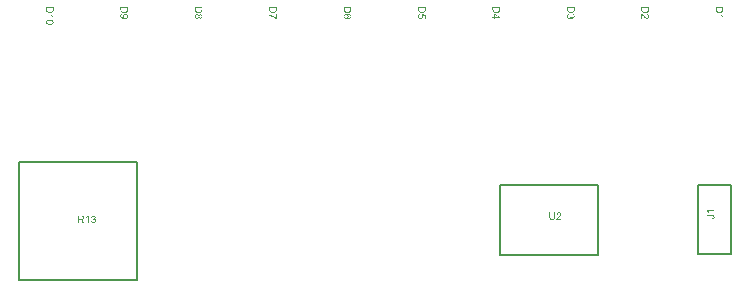
<source format=gbr>
G04*
G04 #@! TF.GenerationSoftware,Altium Limited,Altium Designer,24.1.2 (44)*
G04*
G04 Layer_Color=16711935*
%FSLAX44Y44*%
%MOMM*%
G71*
G04*
G04 #@! TF.SameCoordinates,BD343A0D-4BD6-4D64-9A7B-49F0AB29FDDA*
G04*
G04*
G04 #@! TF.FilePolarity,Positive*
G04*
G01*
G75*
%ADD11C,0.2000*%
G36*
X617875Y84239D02*
X612861D01*
X612871Y84229D01*
X612910Y84190D01*
X612959Y84122D01*
X613027Y84034D01*
X613115Y83927D01*
X613203Y83800D01*
X613310Y83654D01*
X613408Y83488D01*
Y83478D01*
X613417Y83468D01*
X613456Y83410D01*
X613505Y83322D01*
X613564Y83215D01*
X613632Y83088D01*
X613690Y82951D01*
X613759Y82805D01*
X613817Y82669D01*
X613047D01*
Y82678D01*
X613037Y82698D01*
X613018Y82737D01*
X612988Y82776D01*
X612959Y82834D01*
X612930Y82903D01*
X612842Y83059D01*
X612735Y83234D01*
X612608Y83429D01*
X612462Y83624D01*
X612305Y83810D01*
X612296Y83820D01*
X612286Y83829D01*
X612228Y83888D01*
X612140Y83975D01*
X612032Y84083D01*
X611896Y84200D01*
X611749Y84317D01*
X611594Y84424D01*
X611437Y84512D01*
Y85029D01*
X617875D01*
Y84239D01*
D02*
G37*
G36*
X616041Y80991D02*
X616119D01*
X616295Y80981D01*
X616499Y80952D01*
X616704Y80923D01*
X616909Y80874D01*
X617085Y80806D01*
X617104Y80796D01*
X617153Y80767D01*
X617231Y80718D01*
X617329Y80659D01*
X617446Y80571D01*
X617553Y80464D01*
X617660Y80328D01*
X617758Y80181D01*
X617767Y80162D01*
X617797Y80103D01*
X617826Y80016D01*
X617865Y79899D01*
X617914Y79752D01*
X617943Y79586D01*
X617972Y79391D01*
X617982Y79187D01*
Y79109D01*
X617972Y79050D01*
X617963Y78982D01*
X617953Y78894D01*
X617924Y78709D01*
X617865Y78504D01*
X617777Y78289D01*
X617729Y78182D01*
X617660Y78084D01*
X617592Y77987D01*
X617504Y77899D01*
X617494D01*
X617485Y77880D01*
X617455Y77860D01*
X617416Y77831D01*
X617358Y77792D01*
X617299Y77762D01*
X617221Y77714D01*
X617143Y77675D01*
X617046Y77636D01*
X616938Y77597D01*
X616821Y77558D01*
X616685Y77528D01*
X616548Y77499D01*
X616392Y77480D01*
X616236Y77470D01*
X616061D01*
X615953Y78231D01*
X615963D01*
X615983D01*
X616022D01*
X616070Y78240D01*
X616129D01*
X616197Y78250D01*
X616353Y78279D01*
X616529Y78309D01*
X616695Y78358D01*
X616841Y78426D01*
X616909Y78465D01*
X616968Y78504D01*
X616978Y78513D01*
X617007Y78552D01*
X617056Y78601D01*
X617094Y78679D01*
X617143Y78777D01*
X617192Y78894D01*
X617221Y79030D01*
X617231Y79187D01*
Y79245D01*
X617221Y79303D01*
X617211Y79372D01*
X617192Y79460D01*
X617173Y79557D01*
X617133Y79645D01*
X617085Y79733D01*
X617075Y79742D01*
X617056Y79772D01*
X617026Y79811D01*
X616978Y79859D01*
X616929Y79918D01*
X616860Y79967D01*
X616782Y80016D01*
X616695Y80055D01*
X616685D01*
X616646Y80074D01*
X616587Y80084D01*
X616499Y80103D01*
X616382Y80123D01*
X616246Y80133D01*
X616080Y80152D01*
X615885D01*
X611467D01*
Y81001D01*
X615836D01*
X615846D01*
X615875D01*
X615914D01*
X615973D01*
X616041Y80991D01*
D02*
G37*
G36*
X92288Y80749D02*
X92415Y80729D01*
X92561Y80700D01*
X92727Y80661D01*
X92893Y80602D01*
X93059Y80524D01*
X93068D01*
X93078Y80514D01*
X93137Y80485D01*
X93215Y80436D01*
X93312Y80368D01*
X93420Y80280D01*
X93537Y80173D01*
X93644Y80046D01*
X93741Y79910D01*
X93751Y79890D01*
X93780Y79841D01*
X93820Y79763D01*
X93858Y79666D01*
X93897Y79539D01*
X93937Y79402D01*
X93966Y79256D01*
X93975Y79090D01*
Y79071D01*
Y79022D01*
X93966Y78944D01*
X93946Y78847D01*
X93917Y78730D01*
X93878Y78603D01*
X93829Y78466D01*
X93751Y78339D01*
X93741Y78320D01*
X93712Y78281D01*
X93654Y78222D01*
X93585Y78144D01*
X93488Y78057D01*
X93381Y77969D01*
X93244Y77871D01*
X93088Y77793D01*
X93098D01*
X93117Y77783D01*
X93146D01*
X93186Y77764D01*
X93283Y77735D01*
X93410Y77676D01*
X93546Y77608D01*
X93693Y77510D01*
X93839Y77393D01*
X93966Y77247D01*
X93975Y77227D01*
X94015Y77169D01*
X94063Y77081D01*
X94132Y76964D01*
X94190Y76818D01*
X94239Y76642D01*
X94278Y76437D01*
X94288Y76213D01*
Y76203D01*
Y76174D01*
Y76135D01*
X94278Y76076D01*
X94268Y75999D01*
X94258Y75920D01*
X94239Y75823D01*
X94210Y75725D01*
X94141Y75501D01*
X94093Y75374D01*
X94024Y75257D01*
X93956Y75140D01*
X93878Y75023D01*
X93780Y74906D01*
X93673Y74789D01*
X93663Y74779D01*
X93644Y74760D01*
X93615Y74740D01*
X93566Y74701D01*
X93507Y74653D01*
X93429Y74604D01*
X93342Y74555D01*
X93254Y74506D01*
X93146Y74448D01*
X93029Y74399D01*
X92903Y74350D01*
X92766Y74301D01*
X92620Y74262D01*
X92464Y74243D01*
X92298Y74223D01*
X92132Y74214D01*
X92054D01*
X91995Y74223D01*
X91917Y74233D01*
X91840Y74243D01*
X91742Y74253D01*
X91644Y74272D01*
X91420Y74331D01*
X91186Y74428D01*
X91069Y74477D01*
X90962Y74545D01*
X90845Y74623D01*
X90737Y74711D01*
X90728Y74721D01*
X90718Y74731D01*
X90689Y74760D01*
X90650Y74799D01*
X90611Y74857D01*
X90562Y74916D01*
X90503Y74984D01*
X90455Y75062D01*
X90337Y75257D01*
X90240Y75482D01*
X90152Y75735D01*
X90123Y75872D01*
X90103Y76018D01*
X90893Y76125D01*
Y76115D01*
X90903Y76096D01*
Y76057D01*
X90923Y76018D01*
X90952Y75901D01*
X91001Y75755D01*
X91059Y75599D01*
X91137Y75433D01*
X91235Y75286D01*
X91342Y75160D01*
X91362Y75150D01*
X91401Y75111D01*
X91469Y75072D01*
X91566Y75013D01*
X91674Y74965D01*
X91810Y74916D01*
X91966Y74877D01*
X92132Y74867D01*
X92191D01*
X92230Y74877D01*
X92327Y74887D01*
X92454Y74916D01*
X92610Y74965D01*
X92766Y75023D01*
X92922Y75121D01*
X93068Y75247D01*
X93088Y75267D01*
X93127Y75316D01*
X93186Y75394D01*
X93264Y75511D01*
X93332Y75647D01*
X93390Y75813D01*
X93429Y75999D01*
X93449Y76203D01*
Y76213D01*
Y76223D01*
Y76252D01*
X93439Y76291D01*
X93429Y76389D01*
X93400Y76515D01*
X93361Y76652D01*
X93293Y76808D01*
X93205Y76954D01*
X93088Y77091D01*
X93068Y77110D01*
X93029Y77149D01*
X92951Y77198D01*
X92844Y77266D01*
X92717Y77335D01*
X92561Y77383D01*
X92395Y77422D01*
X92200Y77442D01*
X92113D01*
X92044Y77432D01*
X91966Y77422D01*
X91869Y77413D01*
X91762Y77393D01*
X91644Y77364D01*
X91732Y78057D01*
X91781D01*
X91820Y78047D01*
X91947D01*
X92035Y78057D01*
X92161Y78076D01*
X92298Y78105D01*
X92444Y78154D01*
X92600Y78212D01*
X92756Y78300D01*
X92776Y78310D01*
X92825Y78349D01*
X92883Y78417D01*
X92961Y78505D01*
X93039Y78612D01*
X93098Y78749D01*
X93146Y78915D01*
X93166Y79110D01*
Y79120D01*
Y79129D01*
Y79178D01*
X93146Y79256D01*
X93127Y79363D01*
X93098Y79471D01*
X93039Y79588D01*
X92971Y79715D01*
X92873Y79822D01*
X92864Y79832D01*
X92825Y79871D01*
X92756Y79919D01*
X92669Y79968D01*
X92561Y80027D01*
X92435Y80066D01*
X92288Y80105D01*
X92122Y80114D01*
X92044D01*
X91957Y80095D01*
X91859Y80076D01*
X91732Y80046D01*
X91605Y79988D01*
X91479Y79919D01*
X91352Y79822D01*
X91342Y79812D01*
X91303Y79773D01*
X91254Y79705D01*
X91196Y79607D01*
X91128Y79490D01*
X91069Y79344D01*
X91010Y79168D01*
X90971Y78964D01*
X90181Y79100D01*
Y79110D01*
X90191Y79139D01*
X90201Y79178D01*
X90211Y79227D01*
X90230Y79295D01*
X90250Y79373D01*
X90318Y79549D01*
X90396Y79744D01*
X90513Y79949D01*
X90650Y80144D01*
X90825Y80319D01*
X90835Y80329D01*
X90845Y80339D01*
X90874Y80358D01*
X90923Y80388D01*
X90971Y80417D01*
X91030Y80456D01*
X91176Y80544D01*
X91362Y80622D01*
X91586Y80690D01*
X91830Y80739D01*
X91966Y80758D01*
X92191D01*
X92288Y80749D01*
D02*
G37*
G36*
X88084Y74321D02*
X87294D01*
Y79334D01*
X87285Y79324D01*
X87246Y79285D01*
X87177Y79237D01*
X87090Y79168D01*
X86982Y79081D01*
X86855Y78993D01*
X86709Y78885D01*
X86543Y78788D01*
X86533D01*
X86524Y78778D01*
X86465Y78739D01*
X86377Y78691D01*
X86270Y78632D01*
X86143Y78564D01*
X86007Y78505D01*
X85861Y78437D01*
X85724Y78378D01*
Y79149D01*
X85734D01*
X85753Y79159D01*
X85792Y79178D01*
X85831Y79207D01*
X85890Y79237D01*
X85958Y79266D01*
X86114Y79354D01*
X86290Y79461D01*
X86485Y79588D01*
X86680Y79734D01*
X86865Y79890D01*
X86875Y79900D01*
X86885Y79910D01*
X86943Y79968D01*
X87031Y80056D01*
X87138Y80163D01*
X87255Y80300D01*
X87372Y80446D01*
X87480Y80602D01*
X87567Y80758D01*
X88084D01*
Y74321D01*
D02*
G37*
G36*
X82047Y80719D02*
X82125D01*
X82320Y80709D01*
X82525Y80690D01*
X82739Y80651D01*
X82944Y80612D01*
X83042Y80583D01*
X83130Y80553D01*
X83139D01*
X83149Y80544D01*
X83208Y80524D01*
X83286Y80475D01*
X83383Y80407D01*
X83500Y80329D01*
X83617Y80222D01*
X83734Y80095D01*
X83841Y79939D01*
X83851Y79919D01*
X83881Y79861D01*
X83929Y79773D01*
X83978Y79656D01*
X84027Y79510D01*
X84076Y79344D01*
X84105Y79168D01*
X84115Y78973D01*
Y78964D01*
Y78944D01*
Y78905D01*
X84105Y78856D01*
Y78798D01*
X84095Y78730D01*
X84056Y78573D01*
X84007Y78388D01*
X83929Y78203D01*
X83812Y78008D01*
X83744Y77910D01*
X83666Y77822D01*
X83646Y77803D01*
X83617Y77783D01*
X83588Y77744D01*
X83539Y77715D01*
X83481Y77666D01*
X83412Y77627D01*
X83334Y77579D01*
X83247Y77530D01*
X83139Y77481D01*
X83032Y77432D01*
X82905Y77383D01*
X82778Y77335D01*
X82632Y77296D01*
X82476Y77266D01*
X82310Y77237D01*
X82330Y77227D01*
X82369Y77208D01*
X82427Y77179D01*
X82495Y77140D01*
X82661Y77032D01*
X82749Y76974D01*
X82817Y76915D01*
X82837Y76896D01*
X82886Y76857D01*
X82954Y76779D01*
X83042Y76681D01*
X83149Y76554D01*
X83266Y76408D01*
X83393Y76242D01*
X83520Y76057D01*
X84632Y74321D01*
X83568D01*
X82720Y75647D01*
Y75657D01*
X82700Y75677D01*
X82681Y75706D01*
X82661Y75745D01*
X82593Y75842D01*
X82505Y75969D01*
X82408Y76115D01*
X82301Y76262D01*
X82203Y76398D01*
X82105Y76525D01*
X82096Y76535D01*
X82066Y76574D01*
X82018Y76632D01*
X81969Y76701D01*
X81823Y76837D01*
X81754Y76906D01*
X81676Y76954D01*
X81666Y76964D01*
X81647Y76974D01*
X81608Y76993D01*
X81559Y77023D01*
X81442Y77081D01*
X81296Y77130D01*
X81286D01*
X81267Y77140D01*
X81228D01*
X81179Y77149D01*
X81110Y77159D01*
X81032D01*
X80935Y77169D01*
X79843D01*
Y74321D01*
X78994D01*
Y80729D01*
X81969D01*
X82047Y80719D01*
D02*
G37*
G36*
X625406Y255098D02*
X625396Y254932D01*
X625386Y254757D01*
X625367Y254562D01*
X625338Y254376D01*
X625308Y254220D01*
Y254211D01*
X625299Y254191D01*
Y254172D01*
X625279Y254133D01*
X625250Y254025D01*
X625201Y253899D01*
X625143Y253752D01*
X625065Y253596D01*
X624967Y253440D01*
X624850Y253284D01*
Y253274D01*
X624831Y253265D01*
X624772Y253196D01*
X624674Y253109D01*
X624548Y253001D01*
X624392Y252874D01*
X624206Y252748D01*
X623992Y252631D01*
X623748Y252523D01*
X623738D01*
X623719Y252514D01*
X623680Y252504D01*
X623631Y252484D01*
X623572Y252465D01*
X623494Y252445D01*
X623406Y252416D01*
X623309Y252396D01*
X623202Y252377D01*
X623085Y252348D01*
X622831Y252309D01*
X622548Y252279D01*
X622236Y252270D01*
X622226D01*
X622207D01*
X622168D01*
X622109D01*
X622051Y252279D01*
X621973D01*
X621797Y252289D01*
X621602Y252309D01*
X621378Y252348D01*
X621153Y252387D01*
X620939Y252445D01*
X620929D01*
X620910Y252455D01*
X620880Y252465D01*
X620841Y252474D01*
X620744Y252514D01*
X620607Y252562D01*
X620461Y252621D01*
X620305Y252699D01*
X620149Y252787D01*
X620002Y252884D01*
X619983Y252894D01*
X619944Y252933D01*
X619876Y252982D01*
X619788Y253060D01*
X619700Y253138D01*
X619603Y253245D01*
X619505Y253352D01*
X619417Y253469D01*
X619408Y253479D01*
X619388Y253528D01*
X619349Y253596D01*
X619300Y253684D01*
X619251Y253791D01*
X619203Y253918D01*
X619154Y254064D01*
X619105Y254230D01*
Y254250D01*
X619086Y254308D01*
X619076Y254396D01*
X619056Y254523D01*
X619037Y254669D01*
X619017Y254845D01*
X619008Y255040D01*
X618998Y255254D01*
Y257556D01*
X625406D01*
Y255098D01*
D02*
G37*
G36*
X623826Y250807D02*
X623836Y250787D01*
X623855Y250748D01*
X623884Y250709D01*
X623914Y250651D01*
X623943Y250582D01*
X624031Y250426D01*
X624138Y250251D01*
X624265Y250056D01*
X624411Y249860D01*
X624567Y249675D01*
X624577Y249665D01*
X624587Y249656D01*
X624645Y249597D01*
X624733Y249509D01*
X624840Y249402D01*
X624977Y249285D01*
X625123Y249168D01*
X625279Y249061D01*
X625435Y248973D01*
Y248456D01*
X618998D01*
Y249246D01*
X624011D01*
X624001Y249256D01*
X623962Y249295D01*
X623914Y249363D01*
X623845Y249451D01*
X623758Y249558D01*
X623670Y249685D01*
X623563Y249831D01*
X623465Y249997D01*
Y250007D01*
X623455Y250017D01*
X623416Y250075D01*
X623367Y250163D01*
X623309Y250270D01*
X623241Y250397D01*
X623182Y250534D01*
X623114Y250680D01*
X623055Y250816D01*
X623826D01*
Y250807D01*
D02*
G37*
G36*
X562386Y255098D02*
X562376Y254932D01*
X562366Y254757D01*
X562347Y254562D01*
X562318Y254376D01*
X562288Y254220D01*
Y254211D01*
X562279Y254191D01*
Y254172D01*
X562259Y254133D01*
X562230Y254025D01*
X562181Y253899D01*
X562122Y253752D01*
X562044Y253596D01*
X561947Y253440D01*
X561830Y253284D01*
Y253274D01*
X561810Y253265D01*
X561752Y253196D01*
X561654Y253108D01*
X561527Y253001D01*
X561371Y252874D01*
X561186Y252748D01*
X560971Y252631D01*
X560728Y252523D01*
X560718D01*
X560698Y252514D01*
X560659Y252504D01*
X560611Y252484D01*
X560552Y252465D01*
X560474Y252445D01*
X560386Y252416D01*
X560289Y252396D01*
X560181Y252377D01*
X560064Y252348D01*
X559811Y252309D01*
X559528Y252279D01*
X559216Y252270D01*
X559206D01*
X559187D01*
X559147D01*
X559089D01*
X559030Y252279D01*
X558952D01*
X558777Y252289D01*
X558582Y252309D01*
X558358Y252348D01*
X558133Y252387D01*
X557919Y252445D01*
X557909D01*
X557889Y252455D01*
X557860Y252465D01*
X557821Y252474D01*
X557724Y252514D01*
X557587Y252562D01*
X557441Y252621D01*
X557285Y252699D01*
X557129Y252787D01*
X556982Y252884D01*
X556963Y252894D01*
X556924Y252933D01*
X556856Y252982D01*
X556768Y253060D01*
X556680Y253138D01*
X556582Y253245D01*
X556485Y253352D01*
X556397Y253469D01*
X556387Y253479D01*
X556368Y253528D01*
X556329Y253596D01*
X556280Y253684D01*
X556231Y253791D01*
X556183Y253918D01*
X556134Y254064D01*
X556085Y254230D01*
Y254250D01*
X556065Y254308D01*
X556056Y254396D01*
X556036Y254523D01*
X556017Y254669D01*
X555997Y254845D01*
X555987Y255040D01*
X555978Y255254D01*
Y257556D01*
X562386D01*
Y255098D01*
D02*
G37*
G36*
X556153Y251519D02*
X556231Y251509D01*
X556319Y251499D01*
X556417Y251470D01*
X556514Y251441D01*
X556524D01*
X556534Y251431D01*
X556592Y251411D01*
X556670Y251372D01*
X556787Y251314D01*
X556914Y251245D01*
X557060Y251148D01*
X557207Y251050D01*
X557363Y250924D01*
X557372D01*
X557382Y250904D01*
X557441Y250855D01*
X557528Y250777D01*
X557645Y250660D01*
X557782Y250514D01*
X557948Y250338D01*
X558133Y250124D01*
X558338Y249890D01*
X558348Y249880D01*
X558377Y249841D01*
X558416Y249792D01*
X558484Y249724D01*
X558553Y249636D01*
X558640Y249539D01*
X558826Y249324D01*
X559050Y249090D01*
X559274Y248856D01*
X559382Y248739D01*
X559489Y248641D01*
X559596Y248554D01*
X559694Y248475D01*
X559703D01*
X559713Y248456D01*
X559743Y248437D01*
X559781Y248417D01*
X559879Y248358D01*
X560006Y248290D01*
X560152Y248222D01*
X560308Y248163D01*
X560484Y248124D01*
X560650Y248105D01*
X560659D01*
X560669D01*
X560728Y248115D01*
X560815Y248124D01*
X560923Y248144D01*
X561049Y248193D01*
X561176Y248251D01*
X561313Y248329D01*
X561440Y248446D01*
X561449Y248466D01*
X561488Y248505D01*
X561537Y248583D01*
X561605Y248680D01*
X561664Y248807D01*
X561713Y248953D01*
X561752Y249129D01*
X561762Y249324D01*
Y249383D01*
X561752Y249422D01*
X561742Y249519D01*
X561722Y249646D01*
X561674Y249792D01*
X561615Y249948D01*
X561527Y250095D01*
X561410Y250231D01*
X561391Y250241D01*
X561352Y250280D01*
X561274Y250338D01*
X561166Y250397D01*
X561030Y250465D01*
X560874Y250514D01*
X560689Y250553D01*
X560474Y250572D01*
X560562Y251382D01*
X560572D01*
X560601D01*
X560650Y251372D01*
X560708Y251362D01*
X560786Y251343D01*
X560874Y251333D01*
X561069Y251275D01*
X561293Y251197D01*
X561518Y251089D01*
X561742Y250943D01*
X561839Y250865D01*
X561937Y250768D01*
X561947Y250758D01*
X561957Y250738D01*
X561986Y250709D01*
X562015Y250670D01*
X562044Y250611D01*
X562093Y250543D01*
X562132Y250465D01*
X562181Y250377D01*
X562220Y250280D01*
X562269Y250173D01*
X562308Y250046D01*
X562337Y249919D01*
X562396Y249626D01*
X562405Y249470D01*
X562415Y249305D01*
Y249217D01*
X562405Y249149D01*
X562396Y249070D01*
X562386Y248983D01*
X562376Y248885D01*
X562347Y248778D01*
X562288Y248544D01*
X562200Y248300D01*
X562142Y248173D01*
X562074Y248056D01*
X561986Y247949D01*
X561898Y247841D01*
X561888Y247832D01*
X561879Y247822D01*
X561849Y247793D01*
X561810Y247754D01*
X561752Y247715D01*
X561693Y247666D01*
X561547Y247568D01*
X561362Y247471D01*
X561147Y247383D01*
X560903Y247315D01*
X560767Y247305D01*
X560630Y247295D01*
X560611D01*
X560562D01*
X560484Y247305D01*
X560386Y247315D01*
X560269Y247334D01*
X560142Y247364D01*
X560006Y247403D01*
X559869Y247461D01*
X559850Y247471D01*
X559801Y247490D01*
X559733Y247529D01*
X559635Y247588D01*
X559518Y247656D01*
X559382Y247744D01*
X559245Y247861D01*
X559089Y247988D01*
X559070Y248007D01*
X559011Y248056D01*
X558923Y248144D01*
X558865Y248202D01*
X558796Y248271D01*
X558718Y248349D01*
X558631Y248446D01*
X558543Y248544D01*
X558436Y248651D01*
X558328Y248768D01*
X558211Y248905D01*
X558094Y249041D01*
X557958Y249197D01*
X557948Y249207D01*
X557928Y249226D01*
X557899Y249265D01*
X557860Y249314D01*
X557762Y249431D01*
X557636Y249578D01*
X557499Y249724D01*
X557363Y249880D01*
X557246Y250007D01*
X557197Y250056D01*
X557148Y250104D01*
X557138Y250114D01*
X557109Y250134D01*
X557070Y250173D01*
X557011Y250221D01*
X556885Y250329D01*
X556729Y250436D01*
Y247285D01*
X555978D01*
Y251528D01*
X555987D01*
X556026D01*
X556085D01*
X556153Y251519D01*
D02*
G37*
G36*
X499473Y255098D02*
X499463Y254932D01*
X499453Y254757D01*
X499434Y254562D01*
X499404Y254376D01*
X499375Y254220D01*
Y254211D01*
X499366Y254191D01*
Y254172D01*
X499346Y254133D01*
X499317Y254025D01*
X499268Y253899D01*
X499209Y253752D01*
X499131Y253596D01*
X499034Y253440D01*
X498917Y253284D01*
Y253274D01*
X498897Y253265D01*
X498839Y253196D01*
X498741Y253109D01*
X498615Y253001D01*
X498458Y252874D01*
X498273Y252748D01*
X498059Y252631D01*
X497815Y252523D01*
X497805D01*
X497785Y252514D01*
X497746Y252504D01*
X497698Y252484D01*
X497639Y252465D01*
X497561Y252445D01*
X497473Y252416D01*
X497376Y252396D01*
X497268Y252377D01*
X497151Y252348D01*
X496898Y252309D01*
X496615Y252279D01*
X496303Y252270D01*
X496293D01*
X496274D01*
X496235D01*
X496176D01*
X496118Y252279D01*
X496040D01*
X495864Y252289D01*
X495669Y252309D01*
X495445Y252348D01*
X495220Y252387D01*
X495006Y252445D01*
X494996D01*
X494976Y252455D01*
X494947Y252465D01*
X494908Y252474D01*
X494811Y252514D01*
X494674Y252562D01*
X494528Y252621D01*
X494372Y252699D01*
X494216Y252787D01*
X494069Y252884D01*
X494050Y252894D01*
X494011Y252933D01*
X493942Y252982D01*
X493855Y253060D01*
X493767Y253138D01*
X493669Y253245D01*
X493572Y253352D01*
X493484Y253469D01*
X493474Y253479D01*
X493455Y253528D01*
X493416Y253596D01*
X493367Y253684D01*
X493318Y253791D01*
X493270Y253918D01*
X493221Y254064D01*
X493172Y254230D01*
Y254250D01*
X493153Y254308D01*
X493143Y254396D01*
X493123Y254523D01*
X493104Y254669D01*
X493084Y254845D01*
X493074Y255040D01*
X493065Y255254D01*
Y257556D01*
X499473D01*
Y255098D01*
D02*
G37*
G36*
X494869Y250621D02*
X494859D01*
X494840Y250611D01*
X494801D01*
X494762Y250592D01*
X494645Y250563D01*
X494498Y250514D01*
X494342Y250455D01*
X494177Y250378D01*
X494030Y250280D01*
X493904Y250173D01*
X493894Y250153D01*
X493855Y250114D01*
X493816Y250046D01*
X493757Y249948D01*
X493708Y249841D01*
X493660Y249704D01*
X493621Y249548D01*
X493611Y249383D01*
Y249324D01*
X493621Y249285D01*
X493630Y249188D01*
X493660Y249061D01*
X493708Y248905D01*
X493767Y248749D01*
X493865Y248592D01*
X493991Y248446D01*
X494011Y248427D01*
X494059Y248388D01*
X494138Y248329D01*
X494255Y248251D01*
X494391Y248183D01*
X494557Y248124D01*
X494742Y248085D01*
X494947Y248066D01*
X494957D01*
X494967D01*
X494996D01*
X495035Y248076D01*
X495132Y248085D01*
X495259Y248115D01*
X495396Y248154D01*
X495552Y248222D01*
X495698Y248310D01*
X495835Y248427D01*
X495854Y248446D01*
X495893Y248485D01*
X495942Y248563D01*
X496010Y248671D01*
X496078Y248797D01*
X496127Y248953D01*
X496166Y249119D01*
X496186Y249314D01*
Y249402D01*
X496176Y249470D01*
X496166Y249548D01*
X496157Y249646D01*
X496137Y249753D01*
X496108Y249870D01*
X496800Y249783D01*
Y249734D01*
X496791Y249695D01*
Y249568D01*
X496800Y249480D01*
X496820Y249353D01*
X496849Y249217D01*
X496898Y249070D01*
X496956Y248914D01*
X497044Y248758D01*
X497054Y248739D01*
X497093Y248690D01*
X497161Y248632D01*
X497249Y248554D01*
X497356Y248475D01*
X497493Y248417D01*
X497659Y248368D01*
X497854Y248349D01*
X497863D01*
X497873D01*
X497922D01*
X498000Y248368D01*
X498107Y248388D01*
X498215Y248417D01*
X498332Y248475D01*
X498458Y248544D01*
X498566Y248641D01*
X498576Y248651D01*
X498615Y248690D01*
X498663Y248758D01*
X498712Y248846D01*
X498770Y248953D01*
X498810Y249080D01*
X498849Y249226D01*
X498858Y249392D01*
Y249470D01*
X498839Y249558D01*
X498819Y249656D01*
X498790Y249783D01*
X498731Y249909D01*
X498663Y250036D01*
X498566Y250163D01*
X498556Y250173D01*
X498517Y250212D01*
X498449Y250260D01*
X498351Y250319D01*
X498234Y250387D01*
X498088Y250446D01*
X497912Y250504D01*
X497707Y250543D01*
X497844Y251333D01*
X497854D01*
X497883Y251324D01*
X497922Y251314D01*
X497971Y251304D01*
X498039Y251285D01*
X498117Y251265D01*
X498293Y251197D01*
X498488Y251119D01*
X498693Y251002D01*
X498888Y250865D01*
X499063Y250690D01*
X499073Y250680D01*
X499083Y250670D01*
X499102Y250641D01*
X499131Y250592D01*
X499161Y250543D01*
X499200Y250485D01*
X499287Y250338D01*
X499366Y250153D01*
X499434Y249929D01*
X499482Y249685D01*
X499502Y249548D01*
Y249324D01*
X499492Y249226D01*
X499473Y249100D01*
X499444Y248953D01*
X499404Y248788D01*
X499346Y248622D01*
X499268Y248456D01*
Y248446D01*
X499258Y248437D01*
X499229Y248378D01*
X499180Y248300D01*
X499112Y248202D01*
X499024Y248095D01*
X498917Y247978D01*
X498790Y247871D01*
X498653Y247773D01*
X498634Y247764D01*
X498585Y247734D01*
X498507Y247695D01*
X498410Y247656D01*
X498283Y247617D01*
X498146Y247578D01*
X498000Y247549D01*
X497834Y247539D01*
X497815D01*
X497766D01*
X497688Y247549D01*
X497590Y247568D01*
X497473Y247598D01*
X497346Y247637D01*
X497210Y247686D01*
X497083Y247764D01*
X497064Y247773D01*
X497025Y247803D01*
X496966Y247861D01*
X496888Y247929D01*
X496800Y248027D01*
X496712Y248134D01*
X496615Y248271D01*
X496537Y248427D01*
Y248417D01*
X496527Y248398D01*
Y248368D01*
X496508Y248329D01*
X496478Y248232D01*
X496420Y248105D01*
X496352Y247968D01*
X496254Y247822D01*
X496137Y247676D01*
X495991Y247549D01*
X495971Y247539D01*
X495913Y247500D01*
X495825Y247451D01*
X495708Y247383D01*
X495562Y247325D01*
X495386Y247276D01*
X495181Y247237D01*
X494957Y247227D01*
X494947D01*
X494918D01*
X494879D01*
X494820Y247237D01*
X494742Y247246D01*
X494664Y247256D01*
X494567Y247276D01*
X494469Y247305D01*
X494245Y247373D01*
X494118Y247422D01*
X494001Y247490D01*
X493884Y247559D01*
X493767Y247637D01*
X493650Y247734D01*
X493533Y247841D01*
X493523Y247851D01*
X493504Y247871D01*
X493484Y247900D01*
X493445Y247949D01*
X493396Y248007D01*
X493348Y248085D01*
X493299Y248173D01*
X493250Y248261D01*
X493191Y248368D01*
X493143Y248485D01*
X493094Y248612D01*
X493045Y248749D01*
X493006Y248895D01*
X492987Y249051D01*
X492967Y249217D01*
X492957Y249383D01*
Y249461D01*
X492967Y249519D01*
X492977Y249597D01*
X492987Y249675D01*
X492996Y249773D01*
X493016Y249870D01*
X493074Y250095D01*
X493172Y250329D01*
X493221Y250446D01*
X493289Y250553D01*
X493367Y250670D01*
X493455Y250777D01*
X493465Y250787D01*
X493474Y250797D01*
X493504Y250826D01*
X493543Y250865D01*
X493601Y250904D01*
X493660Y250953D01*
X493728Y251011D01*
X493806Y251060D01*
X494001Y251177D01*
X494225Y251275D01*
X494479Y251363D01*
X494616Y251392D01*
X494762Y251411D01*
X494869Y250621D01*
D02*
G37*
G36*
X436345Y255098D02*
X436336Y254932D01*
X436326Y254757D01*
X436306Y254562D01*
X436277Y254376D01*
X436248Y254220D01*
Y254211D01*
X436238Y254191D01*
Y254172D01*
X436218Y254133D01*
X436189Y254025D01*
X436141Y253899D01*
X436082Y253752D01*
X436004Y253596D01*
X435906Y253440D01*
X435789Y253284D01*
Y253274D01*
X435770Y253265D01*
X435711Y253196D01*
X435614Y253108D01*
X435487Y253001D01*
X435331Y252874D01*
X435146Y252748D01*
X434931Y252631D01*
X434687Y252523D01*
X434677D01*
X434658Y252514D01*
X434619Y252504D01*
X434570Y252484D01*
X434512Y252465D01*
X434434Y252445D01*
X434346Y252416D01*
X434248Y252396D01*
X434141Y252377D01*
X434024Y252348D01*
X433770Y252309D01*
X433488Y252279D01*
X433175Y252270D01*
X433166D01*
X433146D01*
X433107D01*
X433049D01*
X432990Y252279D01*
X432912D01*
X432737Y252289D01*
X432541Y252309D01*
X432317Y252348D01*
X432093Y252387D01*
X431878Y252445D01*
X431868D01*
X431849Y252455D01*
X431820Y252465D01*
X431781Y252474D01*
X431683Y252514D01*
X431547Y252562D01*
X431400Y252621D01*
X431244Y252699D01*
X431088Y252787D01*
X430942Y252884D01*
X430922Y252894D01*
X430883Y252933D01*
X430815Y252982D01*
X430727Y253060D01*
X430639Y253138D01*
X430542Y253245D01*
X430444Y253352D01*
X430357Y253469D01*
X430347Y253479D01*
X430327Y253528D01*
X430288Y253596D01*
X430240Y253684D01*
X430191Y253791D01*
X430142Y253918D01*
X430093Y254064D01*
X430045Y254230D01*
Y254250D01*
X430025Y254308D01*
X430015Y254396D01*
X429996Y254523D01*
X429976Y254669D01*
X429957Y254845D01*
X429947Y255040D01*
X429937Y255254D01*
Y257556D01*
X436345D01*
Y255098D01*
D02*
G37*
G36*
X436336Y248758D02*
Y248115D01*
X432190D01*
Y247246D01*
X431469D01*
Y248115D01*
X429937D01*
Y248905D01*
X431469D01*
Y251684D01*
X432190D01*
X436336Y248758D01*
D02*
G37*
G36*
X373432Y255098D02*
X373423Y254932D01*
X373413Y254757D01*
X373393Y254562D01*
X373364Y254376D01*
X373335Y254220D01*
Y254211D01*
X373325Y254191D01*
Y254172D01*
X373306Y254133D01*
X373276Y254025D01*
X373228Y253899D01*
X373169Y253752D01*
X373091Y253596D01*
X372993Y253440D01*
X372876Y253284D01*
Y253274D01*
X372857Y253265D01*
X372798Y253196D01*
X372701Y253109D01*
X372574Y253001D01*
X372418Y252874D01*
X372233Y252748D01*
X372018Y252631D01*
X371774Y252523D01*
X371764D01*
X371745Y252514D01*
X371706Y252504D01*
X371657Y252484D01*
X371599Y252465D01*
X371521Y252445D01*
X371433Y252416D01*
X371335Y252396D01*
X371228Y252377D01*
X371111Y252348D01*
X370857Y252309D01*
X370574Y252279D01*
X370262Y252270D01*
X370253D01*
X370233D01*
X370194D01*
X370136D01*
X370077Y252279D01*
X369999D01*
X369823Y252289D01*
X369628Y252309D01*
X369404Y252348D01*
X369180Y252387D01*
X368965Y252445D01*
X368955D01*
X368936Y252455D01*
X368907Y252465D01*
X368868Y252474D01*
X368770Y252514D01*
X368634Y252562D01*
X368487Y252621D01*
X368331Y252699D01*
X368175Y252787D01*
X368029Y252884D01*
X368009Y252894D01*
X367970Y252933D01*
X367902Y252982D01*
X367814Y253060D01*
X367727Y253138D01*
X367629Y253245D01*
X367531Y253352D01*
X367444Y253469D01*
X367434Y253479D01*
X367414Y253528D01*
X367375Y253596D01*
X367327Y253684D01*
X367278Y253791D01*
X367229Y253918D01*
X367180Y254064D01*
X367132Y254230D01*
Y254250D01*
X367112Y254308D01*
X367102Y254396D01*
X367083Y254523D01*
X367063Y254669D01*
X367044Y254845D01*
X367034Y255040D01*
X367024Y255254D01*
Y257556D01*
X373432D01*
Y255098D01*
D02*
G37*
G36*
X368760Y250592D02*
X368751D01*
X368731D01*
X368702Y250582D01*
X368663Y250572D01*
X368555Y250543D01*
X368419Y250504D01*
X368273Y250455D01*
X368126Y250378D01*
X367980Y250290D01*
X367853Y250173D01*
X367844Y250153D01*
X367804Y250114D01*
X367766Y250046D01*
X367707Y249948D01*
X367658Y249831D01*
X367609Y249695D01*
X367570Y249539D01*
X367561Y249373D01*
Y249314D01*
X367570Y249275D01*
X367580Y249168D01*
X367609Y249032D01*
X367668Y248885D01*
X367736Y248719D01*
X367844Y248563D01*
X367902Y248485D01*
X367980Y248407D01*
X367990D01*
X368000Y248388D01*
X368058Y248349D01*
X368156Y248280D01*
X368282Y248212D01*
X368448Y248144D01*
X368643Y248076D01*
X368868Y248037D01*
X369121Y248017D01*
X369131D01*
X369151D01*
X369189D01*
X369229Y248027D01*
X369287D01*
X369355Y248037D01*
X369511Y248066D01*
X369677Y248105D01*
X369853Y248173D01*
X370028Y248271D01*
X370184Y248398D01*
X370204Y248417D01*
X370243Y248466D01*
X370311Y248544D01*
X370379Y248661D01*
X370448Y248797D01*
X370516Y248973D01*
X370555Y249168D01*
X370574Y249383D01*
Y249451D01*
X370565Y249519D01*
X370555Y249617D01*
X370526Y249724D01*
X370496Y249841D01*
X370448Y249958D01*
X370389Y250075D01*
X370379Y250085D01*
X370360Y250124D01*
X370321Y250182D01*
X370272Y250251D01*
X370204Y250319D01*
X370126Y250397D01*
X370038Y250475D01*
X369941Y250543D01*
X370048Y251285D01*
X373335Y250660D01*
Y247481D01*
X372584D01*
Y250036D01*
X370857Y250387D01*
X370867Y250378D01*
X370877Y250358D01*
X370896Y250329D01*
X370926Y250290D01*
X370955Y250231D01*
X370984Y250173D01*
X371062Y250017D01*
X371140Y249841D01*
X371199Y249636D01*
X371247Y249412D01*
X371267Y249178D01*
Y249100D01*
X371257Y249041D01*
X371247Y248963D01*
X371238Y248885D01*
X371218Y248788D01*
X371199Y248690D01*
X371121Y248466D01*
X371082Y248349D01*
X371023Y248232D01*
X370955Y248105D01*
X370877Y247988D01*
X370789Y247871D01*
X370682Y247764D01*
X370672Y247754D01*
X370653Y247734D01*
X370623Y247705D01*
X370574Y247676D01*
X370516Y247627D01*
X370448Y247578D01*
X370370Y247529D01*
X370282Y247471D01*
X370175Y247412D01*
X370067Y247364D01*
X369941Y247315D01*
X369814Y247266D01*
X369668Y247237D01*
X369521Y247208D01*
X369355Y247188D01*
X369189Y247178D01*
X369180D01*
X369151D01*
X369102D01*
X369043Y247188D01*
X368965Y247198D01*
X368877Y247208D01*
X368780Y247217D01*
X368673Y247237D01*
X368438Y247305D01*
X368195Y247393D01*
X368058Y247451D01*
X367931Y247520D01*
X367804Y247598D01*
X367687Y247686D01*
X367678Y247695D01*
X367658Y247715D01*
X367619Y247754D01*
X367570Y247803D01*
X367512Y247861D01*
X367444Y247939D01*
X367375Y248027D01*
X367307Y248134D01*
X367229Y248241D01*
X367161Y248368D01*
X367093Y248514D01*
X367034Y248661D01*
X366985Y248827D01*
X366946Y248992D01*
X366927Y249178D01*
X366917Y249373D01*
Y249461D01*
X366927Y249519D01*
X366936Y249587D01*
X366946Y249675D01*
X366956Y249773D01*
X366976Y249880D01*
X367034Y250104D01*
X367122Y250338D01*
X367180Y250455D01*
X367249Y250572D01*
X367317Y250690D01*
X367405Y250797D01*
X367414Y250807D01*
X367424Y250816D01*
X367453Y250846D01*
X367492Y250885D01*
X367541Y250924D01*
X367600Y250972D01*
X367668Y251021D01*
X367746Y251080D01*
X367931Y251187D01*
X368156Y251294D01*
X368409Y251372D01*
X368555Y251402D01*
X368702Y251421D01*
X368760Y250592D01*
D02*
G37*
G36*
X483061Y79771D02*
Y79761D01*
Y79732D01*
Y79683D01*
Y79615D01*
X483051Y79527D01*
Y79439D01*
X483041Y79332D01*
X483032Y79215D01*
X483002Y78971D01*
X482963Y78717D01*
X482914Y78464D01*
X482836Y78240D01*
Y78230D01*
X482827Y78210D01*
X482817Y78181D01*
X482797Y78142D01*
X482739Y78045D01*
X482661Y77908D01*
X482553Y77762D01*
X482417Y77606D01*
X482241Y77459D01*
X482046Y77313D01*
X482037D01*
X482017Y77294D01*
X481988Y77284D01*
X481939Y77255D01*
X481890Y77235D01*
X481822Y77206D01*
X481734Y77167D01*
X481646Y77137D01*
X481549Y77108D01*
X481432Y77069D01*
X481315Y77040D01*
X481178Y77020D01*
X480886Y76981D01*
X480554Y76962D01*
X480466D01*
X480408Y76972D01*
X480330D01*
X480242Y76981D01*
X480144Y76991D01*
X480037Y77001D01*
X479803Y77040D01*
X479559Y77089D01*
X479306Y77167D01*
X479081Y77264D01*
X479072D01*
X479052Y77284D01*
X479033Y77294D01*
X478993Y77323D01*
X478886Y77391D01*
X478769Y77498D01*
X478633Y77625D01*
X478506Y77771D01*
X478379Y77957D01*
X478272Y78162D01*
Y78171D01*
X478262Y78191D01*
X478252Y78220D01*
X478233Y78269D01*
X478213Y78327D01*
X478194Y78405D01*
X478174Y78493D01*
X478155Y78591D01*
X478125Y78698D01*
X478106Y78815D01*
X478086Y78952D01*
X478067Y79088D01*
X478047Y79244D01*
X478038Y79410D01*
X478028Y79586D01*
Y79771D01*
Y83477D01*
X478876D01*
Y79771D01*
Y79761D01*
Y79732D01*
Y79693D01*
Y79634D01*
Y79566D01*
X478886Y79488D01*
X478896Y79303D01*
X478915Y79108D01*
X478935Y78903D01*
X478974Y78708D01*
X478993Y78620D01*
X479023Y78542D01*
X479033Y78522D01*
X479052Y78474D01*
X479091Y78405D01*
X479150Y78318D01*
X479218Y78220D01*
X479315Y78113D01*
X479423Y78015D01*
X479559Y77927D01*
X479579Y77918D01*
X479627Y77898D01*
X479706Y77859D01*
X479813Y77830D01*
X479949Y77791D01*
X480105Y77752D01*
X480281Y77732D01*
X480476Y77723D01*
X480564D01*
X480632Y77732D01*
X480710D01*
X480798Y77742D01*
X480993Y77771D01*
X481217Y77830D01*
X481432Y77898D01*
X481637Y78005D01*
X481734Y78064D01*
X481812Y78142D01*
Y78152D01*
X481832Y78162D01*
X481851Y78191D01*
X481871Y78230D01*
X481910Y78279D01*
X481939Y78337D01*
X481978Y78415D01*
X482017Y78503D01*
X482046Y78610D01*
X482085Y78727D01*
X482124Y78854D01*
X482154Y79010D01*
X482173Y79176D01*
X482193Y79352D01*
X482212Y79556D01*
Y79771D01*
Y83477D01*
X483061D01*
Y79771D01*
D02*
G37*
G36*
X486426Y83497D02*
X486504Y83487D01*
X486591Y83477D01*
X486689Y83468D01*
X486796Y83438D01*
X487030Y83380D01*
X487274Y83292D01*
X487401Y83233D01*
X487518Y83165D01*
X487625Y83077D01*
X487733Y82990D01*
X487743Y82980D01*
X487752Y82970D01*
X487781Y82941D01*
X487821Y82902D01*
X487859Y82843D01*
X487908Y82785D01*
X488006Y82639D01*
X488103Y82453D01*
X488191Y82239D01*
X488259Y81995D01*
X488269Y81858D01*
X488279Y81722D01*
Y81702D01*
Y81653D01*
X488269Y81575D01*
X488259Y81478D01*
X488240Y81361D01*
X488211Y81234D01*
X488172Y81097D01*
X488113Y80961D01*
X488103Y80941D01*
X488084Y80893D01*
X488045Y80824D01*
X487986Y80727D01*
X487918Y80610D01*
X487830Y80473D01*
X487713Y80337D01*
X487586Y80181D01*
X487567Y80161D01*
X487518Y80103D01*
X487430Y80015D01*
X487372Y79956D01*
X487304Y79888D01*
X487225Y79810D01*
X487128Y79722D01*
X487030Y79634D01*
X486923Y79527D01*
X486806Y79420D01*
X486670Y79303D01*
X486533Y79186D01*
X486377Y79049D01*
X486367Y79039D01*
X486348Y79020D01*
X486309Y78991D01*
X486260Y78952D01*
X486143Y78854D01*
X485997Y78727D01*
X485850Y78591D01*
X485694Y78454D01*
X485567Y78337D01*
X485519Y78288D01*
X485470Y78240D01*
X485460Y78230D01*
X485441Y78201D01*
X485402Y78162D01*
X485353Y78103D01*
X485246Y77976D01*
X485138Y77820D01*
X488289D01*
Y77069D01*
X484046D01*
Y77079D01*
Y77118D01*
Y77176D01*
X484056Y77245D01*
X484065Y77323D01*
X484075Y77410D01*
X484104Y77508D01*
X484134Y77606D01*
Y77615D01*
X484143Y77625D01*
X484163Y77684D01*
X484202Y77762D01*
X484260Y77879D01*
X484329Y78005D01*
X484426Y78152D01*
X484524Y78298D01*
X484651Y78454D01*
Y78464D01*
X484670Y78474D01*
X484719Y78532D01*
X484797Y78620D01*
X484914Y78737D01*
X485060Y78874D01*
X485236Y79039D01*
X485450Y79225D01*
X485684Y79429D01*
X485694Y79439D01*
X485733Y79468D01*
X485782Y79508D01*
X485850Y79576D01*
X485938Y79644D01*
X486036Y79732D01*
X486250Y79917D01*
X486484Y80141D01*
X486718Y80366D01*
X486835Y80473D01*
X486933Y80581D01*
X487021Y80688D01*
X487099Y80785D01*
Y80795D01*
X487118Y80805D01*
X487138Y80834D01*
X487157Y80873D01*
X487216Y80971D01*
X487284Y81097D01*
X487352Y81244D01*
X487411Y81400D01*
X487450Y81575D01*
X487469Y81741D01*
Y81751D01*
Y81761D01*
X487460Y81819D01*
X487450Y81907D01*
X487430Y82014D01*
X487382Y82141D01*
X487323Y82268D01*
X487245Y82404D01*
X487128Y82531D01*
X487108Y82541D01*
X487070Y82580D01*
X486991Y82629D01*
X486894Y82697D01*
X486767Y82755D01*
X486621Y82804D01*
X486445Y82843D01*
X486250Y82853D01*
X486192D01*
X486153Y82843D01*
X486055Y82833D01*
X485928Y82814D01*
X485782Y82765D01*
X485626Y82707D01*
X485480Y82619D01*
X485343Y82502D01*
X485333Y82482D01*
X485294Y82443D01*
X485236Y82365D01*
X485177Y82258D01*
X485109Y82121D01*
X485060Y81966D01*
X485021Y81780D01*
X485002Y81566D01*
X484192Y81653D01*
Y81663D01*
Y81692D01*
X484202Y81741D01*
X484212Y81800D01*
X484231Y81878D01*
X484241Y81966D01*
X484299Y82161D01*
X484378Y82385D01*
X484485Y82609D01*
X484631Y82833D01*
X484709Y82931D01*
X484807Y83029D01*
X484816Y83038D01*
X484836Y83048D01*
X484865Y83077D01*
X484904Y83107D01*
X484963Y83136D01*
X485031Y83185D01*
X485109Y83224D01*
X485197Y83272D01*
X485294Y83312D01*
X485402Y83360D01*
X485528Y83399D01*
X485655Y83428D01*
X485948Y83487D01*
X486104Y83497D01*
X486270Y83506D01*
X486357D01*
X486426Y83497D01*
D02*
G37*
G36*
X310412Y255098D02*
X310402Y254932D01*
X310393Y254757D01*
X310373Y254562D01*
X310344Y254376D01*
X310315Y254220D01*
Y254211D01*
X310305Y254191D01*
Y254172D01*
X310285Y254133D01*
X310256Y254025D01*
X310207Y253899D01*
X310149Y253752D01*
X310071Y253596D01*
X309973Y253440D01*
X309856Y253284D01*
Y253274D01*
X309837Y253265D01*
X309778Y253196D01*
X309681Y253108D01*
X309554Y253001D01*
X309398Y252874D01*
X309212Y252748D01*
X308998Y252631D01*
X308754Y252523D01*
X308744D01*
X308725Y252514D01*
X308686Y252504D01*
X308637Y252484D01*
X308578Y252465D01*
X308500Y252445D01*
X308413Y252416D01*
X308315Y252396D01*
X308208Y252377D01*
X308091Y252348D01*
X307837Y252309D01*
X307554Y252279D01*
X307242Y252270D01*
X307232D01*
X307213D01*
X307174D01*
X307115D01*
X307057Y252279D01*
X306979D01*
X306803Y252289D01*
X306608Y252309D01*
X306384Y252348D01*
X306160Y252387D01*
X305945Y252445D01*
X305935D01*
X305916Y252455D01*
X305886Y252465D01*
X305847Y252474D01*
X305750Y252514D01*
X305613Y252562D01*
X305467Y252621D01*
X305311Y252699D01*
X305155Y252787D01*
X305009Y252884D01*
X304989Y252894D01*
X304950Y252933D01*
X304882Y252982D01*
X304794Y253060D01*
X304706Y253138D01*
X304609Y253245D01*
X304511Y253352D01*
X304423Y253469D01*
X304414Y253479D01*
X304394Y253528D01*
X304355Y253596D01*
X304306Y253684D01*
X304258Y253791D01*
X304209Y253918D01*
X304160Y254064D01*
X304111Y254230D01*
Y254250D01*
X304092Y254308D01*
X304082Y254396D01*
X304063Y254523D01*
X304043Y254669D01*
X304023Y254845D01*
X304014Y255040D01*
X304004Y255254D01*
Y257556D01*
X310412D01*
Y255098D01*
D02*
G37*
G36*
X307301Y251450D02*
X307457Y251441D01*
X307632Y251421D01*
X307827Y251402D01*
X308032Y251372D01*
X308257Y251343D01*
X308481Y251294D01*
X308705Y251236D01*
X308920Y251168D01*
X309144Y251089D01*
X309339Y251002D01*
X309534Y250894D01*
X309700Y250777D01*
X309710Y250768D01*
X309729Y250748D01*
X309768Y250719D01*
X309817Y250670D01*
X309876Y250602D01*
X309934Y250534D01*
X310002Y250446D01*
X310071Y250348D01*
X310139Y250241D01*
X310207Y250114D01*
X310266Y249987D01*
X310324Y249841D01*
X310373Y249685D01*
X310412Y249519D01*
X310432Y249343D01*
X310441Y249158D01*
Y249090D01*
X310432Y249031D01*
Y248973D01*
X310422Y248895D01*
X310393Y248719D01*
X310334Y248524D01*
X310256Y248319D01*
X310159Y248115D01*
X310090Y248017D01*
X310012Y247920D01*
Y247910D01*
X309993Y247900D01*
X309934Y247841D01*
X309837Y247764D01*
X309710Y247666D01*
X309544Y247559D01*
X309349Y247471D01*
X309115Y247383D01*
X308852Y247334D01*
X308793Y248115D01*
X308803D01*
X308813D01*
X308871Y248134D01*
X308949Y248163D01*
X309047Y248193D01*
X309271Y248290D01*
X309368Y248349D01*
X309456Y248417D01*
X309476Y248427D01*
X309515Y248475D01*
X309564Y248544D01*
X309632Y248631D01*
X309690Y248749D01*
X309749Y248885D01*
X309788Y249041D01*
X309798Y249207D01*
Y249275D01*
X309788Y249343D01*
X309768Y249431D01*
X309749Y249539D01*
X309710Y249656D01*
X309651Y249763D01*
X309583Y249880D01*
X309573Y249900D01*
X309534Y249939D01*
X309466Y250007D01*
X309378Y250085D01*
X309271Y250182D01*
X309134Y250280D01*
X308969Y250377D01*
X308783Y250465D01*
X308774D01*
X308764Y250475D01*
X308725Y250485D01*
X308686Y250494D01*
X308637Y250514D01*
X308569Y250534D01*
X308491Y250553D01*
X308403Y250572D01*
X308305Y250592D01*
X308198Y250611D01*
X308071Y250631D01*
X307945Y250651D01*
X307798Y250660D01*
X307642Y250670D01*
X307476Y250680D01*
X307311D01*
X307320Y250670D01*
X307369Y250631D01*
X307447Y250572D01*
X307545Y250485D01*
X307652Y250387D01*
X307759Y250270D01*
X307857Y250134D01*
X307945Y249987D01*
X307954Y249968D01*
X307974Y249919D01*
X308013Y249831D01*
X308052Y249724D01*
X308091Y249597D01*
X308130Y249451D01*
X308149Y249295D01*
X308159Y249129D01*
Y249051D01*
X308149Y248992D01*
X308140Y248924D01*
X308130Y248846D01*
X308091Y248661D01*
X308013Y248456D01*
X307974Y248339D01*
X307915Y248232D01*
X307847Y248115D01*
X307769Y247997D01*
X307681Y247890D01*
X307574Y247783D01*
X307564Y247773D01*
X307545Y247764D01*
X307515Y247734D01*
X307467Y247695D01*
X307408Y247656D01*
X307340Y247607D01*
X307262Y247559D01*
X307174Y247500D01*
X307067Y247451D01*
X306959Y247403D01*
X306833Y247354D01*
X306706Y247315D01*
X306560Y247276D01*
X306413Y247246D01*
X306247Y247237D01*
X306082Y247227D01*
X306072D01*
X306052D01*
X306023D01*
X305984D01*
X305926Y247237D01*
X305867D01*
X305711Y247256D01*
X305545Y247295D01*
X305350Y247334D01*
X305155Y247403D01*
X304960Y247490D01*
X304950D01*
X304940Y247500D01*
X304911Y247520D01*
X304872Y247539D01*
X304784Y247598D01*
X304667Y247676D01*
X304541Y247783D01*
X304414Y247910D01*
X304287Y248046D01*
X304170Y248212D01*
X304160Y248232D01*
X304131Y248290D01*
X304082Y248388D01*
X304033Y248505D01*
X303985Y248661D01*
X303936Y248836D01*
X303906Y249031D01*
X303897Y249236D01*
Y249275D01*
X303906Y249334D01*
Y249402D01*
X303916Y249480D01*
X303936Y249578D01*
X303955Y249685D01*
X303985Y249802D01*
X304023Y249929D01*
X304072Y250065D01*
X304131Y250192D01*
X304199Y250329D01*
X304287Y250465D01*
X304384Y250602D01*
X304492Y250729D01*
X304618Y250846D01*
X304628Y250855D01*
X304657Y250875D01*
X304697Y250904D01*
X304755Y250943D01*
X304833Y250992D01*
X304931Y251041D01*
X305048Y251099D01*
X305184Y251148D01*
X305340Y251206D01*
X305516Y251265D01*
X305711Y251314D01*
X305926Y251362D01*
X306160Y251402D01*
X306423Y251431D01*
X306696Y251450D01*
X306998Y251460D01*
X307008D01*
X307018D01*
X307047D01*
X307076D01*
X307174D01*
X307301Y251450D01*
D02*
G37*
G36*
X247285Y255098D02*
X247275Y254932D01*
X247265Y254757D01*
X247246Y254562D01*
X247216Y254376D01*
X247187Y254220D01*
Y254211D01*
X247177Y254191D01*
Y254172D01*
X247158Y254133D01*
X247129Y254025D01*
X247080Y253899D01*
X247021Y253752D01*
X246943Y253596D01*
X246846Y253440D01*
X246729Y253284D01*
Y253274D01*
X246709Y253265D01*
X246651Y253196D01*
X246553Y253109D01*
X246426Y253001D01*
X246270Y252874D01*
X246085Y252748D01*
X245870Y252631D01*
X245627Y252523D01*
X245617D01*
X245597Y252514D01*
X245558Y252504D01*
X245509Y252484D01*
X245451Y252465D01*
X245373Y252445D01*
X245285Y252416D01*
X245188Y252396D01*
X245080Y252377D01*
X244963Y252348D01*
X244710Y252309D01*
X244427Y252279D01*
X244115Y252270D01*
X244105D01*
X244085D01*
X244046D01*
X243988D01*
X243929Y252279D01*
X243851D01*
X243676Y252289D01*
X243481Y252309D01*
X243256Y252348D01*
X243032Y252387D01*
X242817Y252445D01*
X242808D01*
X242788Y252455D01*
X242759Y252465D01*
X242720Y252474D01*
X242622Y252514D01*
X242486Y252562D01*
X242339Y252621D01*
X242183Y252699D01*
X242027Y252787D01*
X241881Y252884D01*
X241862Y252894D01*
X241823Y252933D01*
X241754Y252982D01*
X241667Y253060D01*
X241579Y253138D01*
X241481Y253245D01*
X241384Y253352D01*
X241296Y253469D01*
X241286Y253479D01*
X241267Y253528D01*
X241228Y253596D01*
X241179Y253684D01*
X241130Y253791D01*
X241081Y253918D01*
X241033Y254064D01*
X240984Y254230D01*
Y254250D01*
X240964Y254308D01*
X240954Y254396D01*
X240935Y254523D01*
X240916Y254669D01*
X240896Y254845D01*
X240886Y255040D01*
X240877Y255254D01*
Y257556D01*
X247285D01*
Y255098D01*
D02*
G37*
G36*
X247207Y247227D02*
X246592D01*
X246582Y247237D01*
X246563Y247256D01*
X246524Y247286D01*
X246475Y247334D01*
X246407Y247383D01*
X246329Y247451D01*
X246231Y247529D01*
X246134Y247607D01*
X246017Y247695D01*
X245880Y247793D01*
X245744Y247900D01*
X245588Y247998D01*
X245422Y248105D01*
X245246Y248222D01*
X245051Y248329D01*
X244856Y248446D01*
X244846Y248456D01*
X244807Y248475D01*
X244749Y248505D01*
X244671Y248544D01*
X244573Y248592D01*
X244456Y248651D01*
X244319Y248719D01*
X244173Y248788D01*
X244017Y248856D01*
X243842Y248934D01*
X243656Y249012D01*
X243461Y249090D01*
X243061Y249236D01*
X242632Y249373D01*
X242622D01*
X242593Y249383D01*
X242554Y249392D01*
X242496Y249412D01*
X242418Y249431D01*
X242330Y249451D01*
X242222Y249470D01*
X242115Y249500D01*
X241988Y249519D01*
X241852Y249548D01*
X241559Y249597D01*
X241228Y249636D01*
X240877Y249665D01*
Y250475D01*
X240886D01*
X240916D01*
X240954D01*
X241013Y250465D01*
X241081D01*
X241169Y250455D01*
X241276Y250446D01*
X241384Y250436D01*
X241511Y250417D01*
X241657Y250397D01*
X241803Y250378D01*
X241959Y250348D01*
X242135Y250319D01*
X242310Y250280D01*
X242700Y250182D01*
X242710D01*
X242749Y250173D01*
X242808Y250153D01*
X242886Y250134D01*
X242983Y250104D01*
X243091Y250065D01*
X243217Y250026D01*
X243364Y249978D01*
X243510Y249919D01*
X243676Y249860D01*
X244027Y249724D01*
X244398Y249558D01*
X244768Y249373D01*
X244778Y249363D01*
X244817Y249344D01*
X244866Y249314D01*
X244934Y249275D01*
X245022Y249226D01*
X245119Y249168D01*
X245227Y249100D01*
X245353Y249032D01*
X245617Y248856D01*
X245900Y248661D01*
X246182Y248456D01*
X246456Y248232D01*
Y251372D01*
X247207D01*
Y247227D01*
D02*
G37*
G36*
X184372Y255098D02*
X184362Y254932D01*
X184352Y254757D01*
X184333Y254562D01*
X184303Y254376D01*
X184274Y254220D01*
Y254211D01*
X184264Y254191D01*
Y254172D01*
X184245Y254133D01*
X184216Y254025D01*
X184167Y253899D01*
X184108Y253752D01*
X184030Y253596D01*
X183933Y253440D01*
X183816Y253284D01*
Y253274D01*
X183796Y253265D01*
X183738Y253196D01*
X183640Y253108D01*
X183513Y253001D01*
X183357Y252874D01*
X183172Y252748D01*
X182957Y252631D01*
X182714Y252523D01*
X182704D01*
X182684Y252514D01*
X182645Y252504D01*
X182597Y252484D01*
X182538Y252465D01*
X182460Y252445D01*
X182372Y252416D01*
X182275Y252396D01*
X182167Y252377D01*
X182050Y252348D01*
X181797Y252309D01*
X181514Y252279D01*
X181202Y252270D01*
X181192D01*
X181173D01*
X181133D01*
X181075D01*
X181017Y252279D01*
X180938D01*
X180763Y252289D01*
X180568Y252309D01*
X180343Y252348D01*
X180119Y252387D01*
X179905Y252445D01*
X179895D01*
X179875Y252455D01*
X179846Y252465D01*
X179807Y252474D01*
X179709Y252514D01*
X179573Y252562D01*
X179427Y252621D01*
X179271Y252699D01*
X179114Y252787D01*
X178968Y252884D01*
X178949Y252894D01*
X178910Y252933D01*
X178841Y252982D01*
X178754Y253060D01*
X178666Y253138D01*
X178568Y253245D01*
X178471Y253352D01*
X178383Y253469D01*
X178373Y253479D01*
X178354Y253528D01*
X178315Y253596D01*
X178266Y253684D01*
X178217Y253791D01*
X178168Y253918D01*
X178120Y254064D01*
X178071Y254230D01*
Y254250D01*
X178051Y254308D01*
X178042Y254396D01*
X178022Y254523D01*
X178003Y254669D01*
X177983Y254845D01*
X177973Y255040D01*
X177964Y255254D01*
Y257556D01*
X184372D01*
Y255098D01*
D02*
G37*
G36*
X179924Y251421D02*
X179973D01*
X180041Y251411D01*
X180178Y251392D01*
X180343Y251353D01*
X180519Y251294D01*
X180695Y251226D01*
X180860Y251119D01*
X180870D01*
X180880Y251099D01*
X180929Y251060D01*
X181007Y250982D01*
X181094Y250885D01*
X181192Y250758D01*
X181290Y250602D01*
X181377Y250416D01*
X181446Y250212D01*
Y250221D01*
X181455Y250231D01*
X181475Y250290D01*
X181524Y250377D01*
X181572Y250485D01*
X181651Y250611D01*
X181738Y250729D01*
X181836Y250846D01*
X181953Y250943D01*
X181972Y250953D01*
X182011Y250982D01*
X182080Y251021D01*
X182177Y251060D01*
X182294Y251099D01*
X182431Y251138D01*
X182577Y251168D01*
X182743Y251177D01*
X182753D01*
X182772D01*
X182811D01*
X182860Y251168D01*
X182918Y251158D01*
X182987Y251148D01*
X183153Y251119D01*
X183338Y251060D01*
X183533Y250963D01*
X183640Y250914D01*
X183738Y250846D01*
X183835Y250768D01*
X183923Y250680D01*
X183933Y250670D01*
X183943Y250660D01*
X183972Y250631D01*
X184001Y250592D01*
X184030Y250534D01*
X184079Y250475D01*
X184118Y250407D01*
X184167Y250319D01*
X184255Y250134D01*
X184323Y249900D01*
X184382Y249636D01*
X184391Y249500D01*
X184401Y249343D01*
Y249265D01*
X184391Y249207D01*
Y249129D01*
X184372Y249051D01*
X184342Y248856D01*
X184284Y248641D01*
X184196Y248417D01*
X184138Y248300D01*
X184079Y248193D01*
X184001Y248085D01*
X183913Y247988D01*
X183904Y247978D01*
X183894Y247968D01*
X183864Y247939D01*
X183825Y247910D01*
X183777Y247871D01*
X183718Y247822D01*
X183582Y247724D01*
X183406Y247637D01*
X183201Y247549D01*
X182977Y247490D01*
X182850Y247481D01*
X182723Y247471D01*
X182704D01*
X182645D01*
X182567Y247481D01*
X182460Y247500D01*
X182333Y247529D01*
X182206Y247568D01*
X182070Y247627D01*
X181943Y247705D01*
X181933Y247715D01*
X181894Y247744D01*
X181836Y247803D01*
X181758Y247880D01*
X181680Y247978D01*
X181602Y248105D01*
X181514Y248251D01*
X181446Y248417D01*
Y248407D01*
X181436Y248388D01*
X181426Y248358D01*
X181407Y248319D01*
X181358Y248212D01*
X181299Y248085D01*
X181212Y247939D01*
X181104Y247793D01*
X180968Y247646D01*
X180821Y247520D01*
X180802Y247510D01*
X180743Y247471D01*
X180656Y247422D01*
X180529Y247364D01*
X180382Y247305D01*
X180207Y247256D01*
X180012Y247217D01*
X179797Y247208D01*
X179788D01*
X179758D01*
X179719D01*
X179661Y247217D01*
X179592Y247227D01*
X179505Y247237D01*
X179310Y247276D01*
X179095Y247354D01*
X178978Y247393D01*
X178861Y247451D01*
X178744Y247520D01*
X178627Y247598D01*
X178520Y247685D01*
X178412Y247793D01*
X178403Y247803D01*
X178393Y247822D01*
X178363Y247851D01*
X178325Y247900D01*
X178286Y247959D01*
X178237Y248027D01*
X178188Y248105D01*
X178139Y248202D01*
X178081Y248310D01*
X178032Y248427D01*
X177983Y248554D01*
X177944Y248690D01*
X177905Y248827D01*
X177876Y248983D01*
X177866Y249149D01*
X177856Y249324D01*
Y249412D01*
X177866Y249480D01*
X177876Y249558D01*
X177886Y249656D01*
X177905Y249753D01*
X177925Y249870D01*
X177993Y250114D01*
X178042Y250241D01*
X178090Y250368D01*
X178159Y250494D01*
X178227Y250621D01*
X178315Y250738D01*
X178412Y250855D01*
X178422Y250865D01*
X178442Y250885D01*
X178471Y250904D01*
X178510Y250943D01*
X178568Y250992D01*
X178637Y251041D01*
X178715Y251089D01*
X178802Y251138D01*
X178900Y251197D01*
X179007Y251245D01*
X179241Y251343D01*
X179378Y251382D01*
X179514Y251402D01*
X179661Y251421D01*
X179817Y251431D01*
X179827D01*
X179846D01*
X179875D01*
X179924Y251421D01*
D02*
G37*
G36*
X121351Y255098D02*
X121342Y254932D01*
X121332Y254757D01*
X121313Y254562D01*
X121283Y254376D01*
X121254Y254220D01*
Y254211D01*
X121244Y254191D01*
Y254172D01*
X121225Y254133D01*
X121195Y254025D01*
X121147Y253899D01*
X121088Y253752D01*
X121010Y253596D01*
X120913Y253440D01*
X120795Y253284D01*
Y253274D01*
X120776Y253265D01*
X120717Y253196D01*
X120620Y253109D01*
X120493Y253001D01*
X120337Y252874D01*
X120152Y252748D01*
X119937Y252631D01*
X119693Y252523D01*
X119684D01*
X119664Y252514D01*
X119625Y252504D01*
X119576Y252484D01*
X119518Y252465D01*
X119440Y252445D01*
X119352Y252416D01*
X119254Y252396D01*
X119147Y252377D01*
X119030Y252348D01*
X118777Y252309D01*
X118494Y252279D01*
X118182Y252270D01*
X118172D01*
X118152D01*
X118113D01*
X118055D01*
X117996Y252279D01*
X117918D01*
X117743Y252289D01*
X117548Y252309D01*
X117323Y252348D01*
X117099Y252387D01*
X116884Y252445D01*
X116875D01*
X116855Y252455D01*
X116826Y252465D01*
X116787Y252474D01*
X116689Y252514D01*
X116553Y252562D01*
X116406Y252621D01*
X116250Y252699D01*
X116094Y252787D01*
X115948Y252884D01*
X115928Y252894D01*
X115890Y252933D01*
X115821Y252982D01*
X115733Y253060D01*
X115646Y253138D01*
X115548Y253245D01*
X115450Y253352D01*
X115363Y253469D01*
X115353Y253479D01*
X115333Y253528D01*
X115295Y253596D01*
X115246Y253684D01*
X115197Y253791D01*
X115148Y253918D01*
X115099Y254064D01*
X115051Y254230D01*
Y254250D01*
X115031Y254308D01*
X115021Y254396D01*
X115002Y254523D01*
X114982Y254669D01*
X114963Y254845D01*
X114953Y255040D01*
X114943Y255254D01*
Y257556D01*
X121351D01*
Y255098D01*
D02*
G37*
G36*
X119381Y251411D02*
X119459Y251402D01*
X119557Y251392D01*
X119664Y251372D01*
X119781Y251353D01*
X120025Y251285D01*
X120162Y251236D01*
X120288Y251177D01*
X120425Y251119D01*
X120552Y251041D01*
X120669Y250953D01*
X120786Y250855D01*
X120795Y250846D01*
X120815Y250826D01*
X120844Y250797D01*
X120883Y250748D01*
X120922Y250699D01*
X120971Y250631D01*
X121030Y250553D01*
X121088Y250455D01*
X121137Y250358D01*
X121195Y250251D01*
X121293Y250007D01*
X121322Y249870D01*
X121351Y249724D01*
X121371Y249568D01*
X121381Y249412D01*
Y249353D01*
X121371Y249305D01*
Y249256D01*
X121361Y249188D01*
X121342Y249032D01*
X121293Y248856D01*
X121234Y248671D01*
X121156Y248466D01*
X121039Y248271D01*
Y248261D01*
X121020Y248251D01*
X121000Y248222D01*
X120981Y248183D01*
X120903Y248095D01*
X120795Y247978D01*
X120649Y247851D01*
X120493Y247715D01*
X120298Y247588D01*
X120074Y247481D01*
X120064D01*
X120044Y247471D01*
X120006Y247451D01*
X119957Y247442D01*
X119898Y247412D01*
X119820Y247393D01*
X119723Y247373D01*
X119615Y247344D01*
X119498Y247315D01*
X119362Y247295D01*
X119215Y247266D01*
X119059Y247246D01*
X118884Y247237D01*
X118699Y247217D01*
X118494Y247208D01*
X118279D01*
X118269D01*
X118221D01*
X118162D01*
X118074D01*
X117977Y247217D01*
X117850D01*
X117723Y247227D01*
X117577Y247237D01*
X117265Y247276D01*
X116933Y247325D01*
X116611Y247393D01*
X116465Y247432D01*
X116319Y247481D01*
X116309D01*
X116289Y247490D01*
X116250Y247510D01*
X116202Y247529D01*
X116133Y247559D01*
X116065Y247588D01*
X115909Y247676D01*
X115724Y247793D01*
X115538Y247929D01*
X115363Y248085D01*
X115207Y248271D01*
Y248280D01*
X115187Y248290D01*
X115177Y248319D01*
X115148Y248368D01*
X115119Y248417D01*
X115090Y248475D01*
X115021Y248622D01*
X114953Y248807D01*
X114895Y249012D01*
X114856Y249256D01*
X114836Y249509D01*
Y249578D01*
X114846Y249636D01*
Y249695D01*
X114856Y249773D01*
X114885Y249948D01*
X114934Y250143D01*
X115012Y250348D01*
X115109Y250543D01*
X115246Y250738D01*
X115255Y250748D01*
X115265Y250758D01*
X115324Y250816D01*
X115421Y250894D01*
X115548Y250992D01*
X115714Y251089D01*
X115919Y251177D01*
X116153Y251255D01*
X116426Y251304D01*
X116484Y250553D01*
X116475D01*
X116465D01*
X116436Y250543D01*
X116397Y250534D01*
X116299Y250514D01*
X116192Y250475D01*
X116065Y250426D01*
X115938Y250368D01*
X115811Y250290D01*
X115714Y250192D01*
X115704Y250182D01*
X115675Y250143D01*
X115636Y250085D01*
X115597Y249997D01*
X115558Y249900D01*
X115519Y249783D01*
X115490Y249646D01*
X115480Y249490D01*
Y249431D01*
X115490Y249363D01*
X115499Y249275D01*
X115519Y249178D01*
X115548Y249070D01*
X115587Y248963D01*
X115646Y248856D01*
X115655Y248846D01*
X115675Y248807D01*
X115714Y248758D01*
X115763Y248700D01*
X115821Y248622D01*
X115899Y248554D01*
X115987Y248475D01*
X116084Y248407D01*
X116094Y248398D01*
X116133Y248378D01*
X116202Y248349D01*
X116289Y248300D01*
X116397Y248261D01*
X116523Y248212D01*
X116670Y248163D01*
X116836Y248115D01*
X116845D01*
X116855Y248105D01*
X116884D01*
X116914Y248095D01*
X117011Y248076D01*
X117138Y248056D01*
X117284Y248037D01*
X117440Y248017D01*
X117616Y247998D01*
X117801D01*
X117811D01*
X117840D01*
X117889D01*
X117957D01*
X117938Y248007D01*
X117899Y248046D01*
X117821Y248095D01*
X117743Y248173D01*
X117645Y248261D01*
X117538Y248378D01*
X117440Y248505D01*
X117343Y248651D01*
X117333Y248671D01*
X117304Y248719D01*
X117275Y248807D01*
X117235Y248914D01*
X117187Y249041D01*
X117157Y249188D01*
X117128Y249353D01*
X117118Y249529D01*
Y249607D01*
X117128Y249665D01*
X117138Y249734D01*
X117148Y249812D01*
X117187Y249997D01*
X117255Y250212D01*
X117304Y250319D01*
X117362Y250436D01*
X117430Y250543D01*
X117509Y250660D01*
X117596Y250768D01*
X117694Y250875D01*
X117704Y250885D01*
X117723Y250894D01*
X117752Y250924D01*
X117801Y250963D01*
X117860Y251002D01*
X117928Y251050D01*
X118006Y251099D01*
X118104Y251148D01*
X118201Y251197D01*
X118318Y251245D01*
X118445Y251294D01*
X118581Y251333D01*
X118728Y251372D01*
X118874Y251402D01*
X119040Y251411D01*
X119215Y251421D01*
X119225D01*
X119254D01*
X119313D01*
X119381Y251411D01*
D02*
G37*
G36*
X58331Y255098D02*
X58321Y254932D01*
X58312Y254757D01*
X58292Y254562D01*
X58263Y254376D01*
X58234Y254220D01*
Y254211D01*
X58224Y254191D01*
Y254172D01*
X58204Y254133D01*
X58175Y254025D01*
X58127Y253899D01*
X58068Y253752D01*
X57990Y253596D01*
X57892Y253440D01*
X57775Y253284D01*
Y253274D01*
X57756Y253265D01*
X57697Y253196D01*
X57600Y253108D01*
X57473Y253001D01*
X57317Y252874D01*
X57132Y252748D01*
X56917Y252631D01*
X56673Y252523D01*
X56663D01*
X56644Y252514D01*
X56605Y252504D01*
X56556Y252484D01*
X56498Y252465D01*
X56420Y252445D01*
X56332Y252416D01*
X56234Y252396D01*
X56127Y252377D01*
X56010Y252348D01*
X55756Y252309D01*
X55473Y252279D01*
X55161Y252270D01*
X55152D01*
X55132D01*
X55093D01*
X55035D01*
X54976Y252279D01*
X54898D01*
X54722Y252289D01*
X54527Y252309D01*
X54303Y252348D01*
X54079Y252387D01*
X53864Y252445D01*
X53854D01*
X53835Y252455D01*
X53806Y252465D01*
X53767Y252474D01*
X53669Y252514D01*
X53533Y252562D01*
X53386Y252621D01*
X53230Y252699D01*
X53074Y252787D01*
X52928Y252884D01*
X52908Y252894D01*
X52869Y252933D01*
X52801Y252982D01*
X52713Y253060D01*
X52625Y253138D01*
X52528Y253245D01*
X52430Y253352D01*
X52343Y253469D01*
X52333Y253479D01*
X52313Y253528D01*
X52274Y253596D01*
X52225Y253684D01*
X52177Y253791D01*
X52128Y253918D01*
X52079Y254064D01*
X52031Y254230D01*
Y254250D01*
X52011Y254308D01*
X52001Y254396D01*
X51982Y254523D01*
X51962Y254669D01*
X51943Y254845D01*
X51933Y255040D01*
X51923Y255254D01*
Y257556D01*
X58331D01*
Y255098D01*
D02*
G37*
G36*
X56751Y250807D02*
X56761Y250787D01*
X56781Y250748D01*
X56810Y250709D01*
X56839Y250651D01*
X56868Y250582D01*
X56956Y250426D01*
X57063Y250251D01*
X57190Y250056D01*
X57336Y249860D01*
X57492Y249675D01*
X57502Y249665D01*
X57512Y249656D01*
X57571Y249597D01*
X57658Y249509D01*
X57766Y249402D01*
X57902Y249285D01*
X58048Y249168D01*
X58204Y249061D01*
X58361Y248973D01*
Y248456D01*
X51923D01*
Y249246D01*
X56936D01*
X56927Y249256D01*
X56888Y249295D01*
X56839Y249363D01*
X56771Y249451D01*
X56683Y249558D01*
X56595Y249685D01*
X56488Y249831D01*
X56390Y249997D01*
Y250007D01*
X56381Y250016D01*
X56342Y250075D01*
X56293Y250163D01*
X56234Y250270D01*
X56166Y250397D01*
X56108Y250534D01*
X56039Y250680D01*
X55981Y250816D01*
X56751D01*
Y250807D01*
D02*
G37*
G36*
X55366Y246437D02*
X55473D01*
X55600Y246427D01*
X55737Y246418D01*
X56029Y246388D01*
X56332Y246349D01*
X56634Y246300D01*
X56771Y246261D01*
X56907Y246222D01*
X56917D01*
X56936Y246213D01*
X56975Y246193D01*
X57024Y246174D01*
X57083Y246154D01*
X57151Y246125D01*
X57307Y246047D01*
X57483Y245949D01*
X57658Y245832D01*
X57824Y245696D01*
X57980Y245530D01*
Y245520D01*
X58000Y245510D01*
X58019Y245481D01*
X58039Y245442D01*
X58097Y245345D01*
X58175Y245208D01*
X58243Y245042D01*
X58302Y244837D01*
X58341Y244613D01*
X58361Y244359D01*
Y244272D01*
X58351Y244174D01*
X58331Y244057D01*
X58312Y243920D01*
X58273Y243764D01*
X58214Y243608D01*
X58146Y243462D01*
X58136Y243443D01*
X58107Y243394D01*
X58058Y243326D01*
X58000Y243228D01*
X57912Y243130D01*
X57805Y243023D01*
X57688Y242916D01*
X57551Y242818D01*
X57531Y242809D01*
X57483Y242779D01*
X57395Y242731D01*
X57288Y242672D01*
X57151Y242614D01*
X56985Y242545D01*
X56800Y242477D01*
X56595Y242418D01*
X56585D01*
X56566Y242409D01*
X56537D01*
X56488Y242399D01*
X56439Y242379D01*
X56371Y242370D01*
X56283Y242360D01*
X56195Y242341D01*
X56088Y242331D01*
X55981Y242321D01*
X55854Y242301D01*
X55717Y242292D01*
X55571Y242282D01*
X55425D01*
X55083Y242272D01*
X55074D01*
X55035D01*
X54976D01*
X54898D01*
X54801Y242282D01*
X54693D01*
X54566Y242292D01*
X54430Y242301D01*
X54137Y242331D01*
X53835Y242370D01*
X53533Y242428D01*
X53396Y242467D01*
X53259Y242506D01*
X53250D01*
X53230Y242516D01*
X53191Y242526D01*
X53142Y242545D01*
X53084Y242575D01*
X53025Y242604D01*
X52869Y242682D01*
X52694Y242779D01*
X52518Y242896D01*
X52343Y243033D01*
X52186Y243199D01*
Y243209D01*
X52167Y243218D01*
X52157Y243248D01*
X52128Y243277D01*
X52070Y243384D01*
X52001Y243511D01*
X51933Y243687D01*
X51874Y243881D01*
X51835Y244106D01*
X51816Y244359D01*
Y244447D01*
X51826Y244515D01*
X51835Y244594D01*
X51855Y244681D01*
X51874Y244779D01*
X51894Y244886D01*
X51972Y245120D01*
X52031Y245247D01*
X52089Y245364D01*
X52167Y245491D01*
X52255Y245608D01*
X52352Y245715D01*
X52469Y245823D01*
X52479Y245832D01*
X52508Y245852D01*
X52557Y245881D01*
X52625Y245920D01*
X52713Y245969D01*
X52821Y246018D01*
X52947Y246076D01*
X53103Y246135D01*
X53269Y246193D01*
X53464Y246252D01*
X53679Y246300D01*
X53913Y246349D01*
X54176Y246388D01*
X54449Y246418D01*
X54762Y246437D01*
X55083Y246447D01*
X55093D01*
X55132D01*
X55191D01*
X55269D01*
X55366Y246437D01*
D02*
G37*
%LPC*%
G36*
X81862Y80017D02*
X79843D01*
Y77900D01*
X81754D01*
X81862Y77910D01*
X81988Y77920D01*
X82135Y77930D01*
X82291Y77949D01*
X82437Y77979D01*
X82564Y78018D01*
X82583Y78027D01*
X82622Y78037D01*
X82681Y78066D01*
X82749Y78105D01*
X82827Y78164D01*
X82915Y78232D01*
X82993Y78310D01*
X83061Y78398D01*
X83071Y78408D01*
X83090Y78447D01*
X83120Y78495D01*
X83149Y78573D01*
X83178Y78651D01*
X83208Y78749D01*
X83227Y78856D01*
X83237Y78973D01*
Y78983D01*
Y78993D01*
Y79051D01*
X83217Y79129D01*
X83198Y79237D01*
X83159Y79354D01*
X83100Y79481D01*
X83013Y79607D01*
X82905Y79724D01*
X82886Y79734D01*
X82847Y79773D01*
X82759Y79822D01*
X82652Y79871D01*
X82505Y79929D01*
X82330Y79968D01*
X82115Y80007D01*
X81862Y80017D01*
D02*
G37*
G36*
X624655Y256707D02*
X619749D01*
Y255245D01*
X619759Y255137D01*
X619768Y254991D01*
X619778Y254835D01*
X619798Y254669D01*
X619827Y254513D01*
X619866Y254367D01*
X619876Y254347D01*
X619885Y254308D01*
X619915Y254240D01*
X619954Y254162D01*
X620002Y254064D01*
X620051Y253967D01*
X620120Y253879D01*
X620197Y253791D01*
X620207Y253782D01*
X620256Y253742D01*
X620324Y253684D01*
X620412Y253616D01*
X620529Y253547D01*
X620666Y253469D01*
X620831Y253391D01*
X621007Y253323D01*
X621017D01*
X621027Y253313D01*
X621056Y253304D01*
X621095Y253294D01*
X621144Y253284D01*
X621202Y253265D01*
X621348Y253235D01*
X621534Y253206D01*
X621748Y253177D01*
X621982Y253157D01*
X622246Y253148D01*
X622256D01*
X622295D01*
X622343D01*
X622412D01*
X622499Y253157D01*
X622597Y253167D01*
X622704Y253177D01*
X622812Y253186D01*
X623065Y253225D01*
X623319Y253284D01*
X623563Y253372D01*
X623680Y253421D01*
X623787Y253479D01*
X623797D01*
X623806Y253499D01*
X623836Y253508D01*
X623875Y253538D01*
X623972Y253606D01*
X624079Y253703D01*
X624206Y253820D01*
X624323Y253957D01*
X624431Y254113D01*
X624518Y254279D01*
X624528Y254298D01*
X624538Y254347D01*
X624557Y254425D01*
X624587Y254542D01*
X624616Y254698D01*
X624635Y254884D01*
X624645Y255108D01*
X624655Y255371D01*
Y256707D01*
D02*
G37*
G36*
X561635Y256707D02*
X556729D01*
Y255245D01*
X556738Y255137D01*
X556748Y254991D01*
X556758Y254835D01*
X556777Y254669D01*
X556807Y254513D01*
X556846Y254367D01*
X556856Y254347D01*
X556865Y254308D01*
X556894Y254240D01*
X556934Y254162D01*
X556982Y254064D01*
X557031Y253967D01*
X557099Y253879D01*
X557177Y253791D01*
X557187Y253781D01*
X557236Y253742D01*
X557304Y253684D01*
X557392Y253616D01*
X557509Y253547D01*
X557645Y253469D01*
X557811Y253391D01*
X557987Y253323D01*
X557997D01*
X558006Y253313D01*
X558036Y253304D01*
X558075Y253294D01*
X558123Y253284D01*
X558182Y253265D01*
X558328Y253235D01*
X558514Y253206D01*
X558728Y253177D01*
X558962Y253157D01*
X559226Y253147D01*
X559235D01*
X559274D01*
X559323D01*
X559391D01*
X559479Y253157D01*
X559577Y253167D01*
X559684Y253177D01*
X559791Y253186D01*
X560045Y253225D01*
X560299Y253284D01*
X560542Y253372D01*
X560659Y253421D01*
X560767Y253479D01*
X560776D01*
X560786Y253499D01*
X560815Y253508D01*
X560854Y253538D01*
X560952Y253606D01*
X561059Y253703D01*
X561186Y253820D01*
X561303Y253957D01*
X561410Y254113D01*
X561498Y254279D01*
X561508Y254298D01*
X561518Y254347D01*
X561537Y254425D01*
X561566Y254542D01*
X561596Y254698D01*
X561615Y254884D01*
X561625Y255108D01*
X561635Y255371D01*
Y256707D01*
D02*
G37*
G36*
X498722Y256707D02*
X493816D01*
Y255245D01*
X493825Y255137D01*
X493835Y254991D01*
X493845Y254835D01*
X493865Y254669D01*
X493894Y254513D01*
X493933Y254367D01*
X493942Y254347D01*
X493952Y254308D01*
X493982Y254240D01*
X494021Y254162D01*
X494069Y254064D01*
X494118Y253967D01*
X494186Y253879D01*
X494264Y253791D01*
X494274Y253782D01*
X494323Y253742D01*
X494391Y253684D01*
X494479Y253616D01*
X494596Y253547D01*
X494733Y253469D01*
X494898Y253391D01*
X495074Y253323D01*
X495084D01*
X495093Y253313D01*
X495123Y253304D01*
X495162Y253294D01*
X495210Y253284D01*
X495269Y253265D01*
X495415Y253235D01*
X495601Y253206D01*
X495815Y253177D01*
X496049Y253157D01*
X496313Y253148D01*
X496322D01*
X496361D01*
X496410D01*
X496478D01*
X496566Y253157D01*
X496664Y253167D01*
X496771Y253177D01*
X496878Y253186D01*
X497132Y253225D01*
X497385Y253284D01*
X497629Y253372D01*
X497746Y253421D01*
X497854Y253479D01*
X497863D01*
X497873Y253499D01*
X497902Y253508D01*
X497942Y253538D01*
X498039Y253606D01*
X498146Y253703D01*
X498273Y253820D01*
X498390Y253957D01*
X498497Y254113D01*
X498585Y254279D01*
X498595Y254298D01*
X498605Y254347D01*
X498624Y254425D01*
X498653Y254542D01*
X498683Y254698D01*
X498702Y254884D01*
X498712Y255108D01*
X498722Y255371D01*
Y256707D01*
D02*
G37*
G36*
X435594Y256707D02*
X430688D01*
Y255245D01*
X430698Y255137D01*
X430708Y254991D01*
X430718Y254835D01*
X430737Y254669D01*
X430766Y254513D01*
X430805Y254367D01*
X430815Y254347D01*
X430825Y254308D01*
X430854Y254240D01*
X430893Y254162D01*
X430942Y254064D01*
X430991Y253967D01*
X431059Y253879D01*
X431137Y253791D01*
X431147Y253781D01*
X431195Y253742D01*
X431264Y253684D01*
X431352Y253616D01*
X431469Y253547D01*
X431605Y253469D01*
X431771Y253391D01*
X431946Y253323D01*
X431956D01*
X431966Y253313D01*
X431995Y253304D01*
X432034Y253294D01*
X432083Y253284D01*
X432141Y253265D01*
X432288Y253235D01*
X432473Y253206D01*
X432688Y253177D01*
X432922Y253157D01*
X433185Y253147D01*
X433195D01*
X433234D01*
X433283D01*
X433351D01*
X433439Y253157D01*
X433536Y253167D01*
X433644Y253177D01*
X433751Y253186D01*
X434004Y253225D01*
X434258Y253284D01*
X434502Y253372D01*
X434619Y253421D01*
X434726Y253479D01*
X434736D01*
X434746Y253499D01*
X434775Y253508D01*
X434814Y253538D01*
X434911Y253606D01*
X435019Y253703D01*
X435146Y253820D01*
X435263Y253957D01*
X435370Y254113D01*
X435458Y254279D01*
X435467Y254298D01*
X435477Y254347D01*
X435497Y254425D01*
X435526Y254542D01*
X435555Y254698D01*
X435575Y254884D01*
X435584Y255108D01*
X435594Y255371D01*
Y256707D01*
D02*
G37*
G36*
X432190Y250914D02*
Y248905D01*
X435058D01*
X432190Y250914D01*
D02*
G37*
G36*
X372681Y256707D02*
X367775D01*
Y255245D01*
X367785Y255137D01*
X367795Y254991D01*
X367804Y254835D01*
X367824Y254669D01*
X367853Y254513D01*
X367892Y254367D01*
X367902Y254347D01*
X367912Y254308D01*
X367941Y254240D01*
X367980Y254162D01*
X368029Y254064D01*
X368078Y253967D01*
X368146Y253879D01*
X368224Y253791D01*
X368234Y253782D01*
X368282Y253742D01*
X368351Y253684D01*
X368438Y253616D01*
X368555Y253547D01*
X368692Y253469D01*
X368858Y253391D01*
X369034Y253323D01*
X369043D01*
X369053Y253313D01*
X369082Y253304D01*
X369121Y253294D01*
X369170Y253284D01*
X369229Y253265D01*
X369375Y253235D01*
X369560Y253206D01*
X369775Y253177D01*
X370009Y253157D01*
X370272Y253148D01*
X370282D01*
X370321D01*
X370370D01*
X370438D01*
X370526Y253157D01*
X370623Y253167D01*
X370731Y253177D01*
X370838Y253186D01*
X371091Y253225D01*
X371345Y253284D01*
X371589Y253372D01*
X371706Y253421D01*
X371813Y253479D01*
X371823D01*
X371833Y253499D01*
X371862Y253508D01*
X371901Y253538D01*
X371999Y253606D01*
X372106Y253703D01*
X372233Y253820D01*
X372350Y253957D01*
X372457Y254113D01*
X372545Y254279D01*
X372555Y254298D01*
X372564Y254347D01*
X372584Y254425D01*
X372613Y254542D01*
X372642Y254698D01*
X372662Y254884D01*
X372672Y255108D01*
X372681Y255371D01*
Y256707D01*
D02*
G37*
G36*
X309661Y256707D02*
X304755D01*
Y255245D01*
X304765Y255137D01*
X304775Y254991D01*
X304784Y254835D01*
X304804Y254669D01*
X304833Y254513D01*
X304872Y254367D01*
X304882Y254347D01*
X304892Y254308D01*
X304921Y254240D01*
X304960Y254162D01*
X305009Y254064D01*
X305057Y253967D01*
X305126Y253879D01*
X305204Y253791D01*
X305214Y253781D01*
X305262Y253742D01*
X305331Y253684D01*
X305418Y253616D01*
X305535Y253547D01*
X305672Y253469D01*
X305838Y253391D01*
X306013Y253323D01*
X306023D01*
X306033Y253313D01*
X306062Y253304D01*
X306101Y253294D01*
X306150Y253284D01*
X306208Y253265D01*
X306355Y253235D01*
X306540Y253206D01*
X306755Y253177D01*
X306989Y253157D01*
X307252Y253147D01*
X307262D01*
X307301D01*
X307349D01*
X307418D01*
X307506Y253157D01*
X307603Y253167D01*
X307710Y253177D01*
X307818Y253186D01*
X308071Y253225D01*
X308325Y253284D01*
X308569Y253372D01*
X308686Y253421D01*
X308793Y253479D01*
X308803D01*
X308813Y253499D01*
X308842Y253508D01*
X308881Y253538D01*
X308978Y253606D01*
X309086Y253703D01*
X309212Y253820D01*
X309329Y253957D01*
X309437Y254113D01*
X309525Y254279D01*
X309534Y254298D01*
X309544Y254347D01*
X309564Y254425D01*
X309593Y254542D01*
X309622Y254698D01*
X309642Y254884D01*
X309651Y255108D01*
X309661Y255371D01*
Y256707D01*
D02*
G37*
G36*
X306072Y250553D02*
X306052D01*
X306003D01*
X305926Y250543D01*
X305828Y250534D01*
X305701Y250514D01*
X305574Y250485D01*
X305438Y250446D01*
X305292Y250387D01*
X305272Y250377D01*
X305233Y250358D01*
X305165Y250319D01*
X305087Y250260D01*
X304989Y250192D01*
X304901Y250114D01*
X304804Y250016D01*
X304726Y249909D01*
X304716Y249900D01*
X304697Y249851D01*
X304667Y249792D01*
X304638Y249714D01*
X304599Y249617D01*
X304570Y249500D01*
X304550Y249383D01*
X304541Y249256D01*
Y249207D01*
X304550Y249168D01*
X304560Y249080D01*
X304589Y248953D01*
X304638Y248827D01*
X304706Y248680D01*
X304804Y248534D01*
X304940Y248397D01*
X304960Y248378D01*
X305018Y248339D01*
X305106Y248280D01*
X305223Y248212D01*
X305379Y248154D01*
X305574Y248095D01*
X305789Y248056D01*
X306033Y248037D01*
X306042D01*
X306062D01*
X306101D01*
X306140Y248046D01*
X306199D01*
X306267Y248056D01*
X306413Y248076D01*
X306579Y248124D01*
X306755Y248183D01*
X306920Y248271D01*
X307076Y248388D01*
X307096Y248407D01*
X307135Y248446D01*
X307203Y248524D01*
X307271Y248631D01*
X307340Y248758D01*
X307408Y248914D01*
X307447Y249090D01*
X307467Y249285D01*
Y249334D01*
X307457Y249373D01*
X307447Y249470D01*
X307418Y249597D01*
X307369Y249734D01*
X307301Y249890D01*
X307203Y250036D01*
X307076Y250182D01*
X307057Y250202D01*
X307008Y250241D01*
X306920Y250299D01*
X306813Y250368D01*
X306667Y250436D01*
X306491Y250494D01*
X306296Y250534D01*
X306072Y250553D01*
D02*
G37*
G36*
X246534Y256707D02*
X241628D01*
Y255245D01*
X241637Y255137D01*
X241647Y254991D01*
X241657Y254835D01*
X241676Y254669D01*
X241706Y254513D01*
X241745Y254367D01*
X241754Y254347D01*
X241764Y254308D01*
X241793Y254240D01*
X241832Y254162D01*
X241881Y254064D01*
X241930Y253967D01*
X241998Y253879D01*
X242076Y253791D01*
X242086Y253782D01*
X242135Y253742D01*
X242203Y253684D01*
X242291Y253616D01*
X242408Y253547D01*
X242544Y253469D01*
X242710Y253391D01*
X242886Y253323D01*
X242896D01*
X242905Y253313D01*
X242934Y253304D01*
X242973Y253294D01*
X243022Y253284D01*
X243081Y253265D01*
X243227Y253235D01*
X243412Y253206D01*
X243627Y253177D01*
X243861Y253157D01*
X244125Y253148D01*
X244134D01*
X244173D01*
X244222D01*
X244290D01*
X244378Y253157D01*
X244476Y253167D01*
X244583Y253177D01*
X244690Y253186D01*
X244944Y253225D01*
X245197Y253284D01*
X245441Y253372D01*
X245558Y253421D01*
X245665Y253479D01*
X245675D01*
X245685Y253499D01*
X245714Y253508D01*
X245753Y253538D01*
X245851Y253606D01*
X245958Y253703D01*
X246085Y253820D01*
X246202Y253957D01*
X246309Y254113D01*
X246397Y254279D01*
X246407Y254298D01*
X246417Y254347D01*
X246436Y254425D01*
X246465Y254542D01*
X246495Y254698D01*
X246514Y254884D01*
X246524Y255108D01*
X246534Y255371D01*
Y256707D01*
D02*
G37*
G36*
X183621Y256707D02*
X178715D01*
Y255245D01*
X178724Y255137D01*
X178734Y254991D01*
X178744Y254835D01*
X178763Y254669D01*
X178793Y254513D01*
X178832Y254367D01*
X178841Y254347D01*
X178851Y254308D01*
X178880Y254240D01*
X178920Y254162D01*
X178968Y254064D01*
X179017Y253967D01*
X179085Y253879D01*
X179163Y253791D01*
X179173Y253781D01*
X179222Y253742D01*
X179290Y253684D01*
X179378Y253616D01*
X179495Y253547D01*
X179632Y253469D01*
X179797Y253391D01*
X179973Y253323D01*
X179983D01*
X179992Y253313D01*
X180022Y253304D01*
X180061Y253294D01*
X180109Y253284D01*
X180168Y253265D01*
X180314Y253235D01*
X180499Y253206D01*
X180714Y253177D01*
X180948Y253157D01*
X181212Y253147D01*
X181221D01*
X181260D01*
X181309D01*
X181377D01*
X181465Y253157D01*
X181563Y253167D01*
X181670Y253177D01*
X181777Y253186D01*
X182031Y253225D01*
X182284Y253284D01*
X182528Y253372D01*
X182645Y253421D01*
X182753Y253479D01*
X182762D01*
X182772Y253499D01*
X182801Y253508D01*
X182840Y253538D01*
X182938Y253606D01*
X183045Y253703D01*
X183172Y253820D01*
X183289Y253957D01*
X183396Y254113D01*
X183484Y254279D01*
X183494Y254298D01*
X183504Y254347D01*
X183523Y254425D01*
X183552Y254542D01*
X183582Y254698D01*
X183601Y254884D01*
X183611Y255108D01*
X183621Y255371D01*
Y256707D01*
D02*
G37*
G36*
X182772Y250368D02*
X182753D01*
X182694D01*
X182616Y250348D01*
X182509Y250329D01*
X182392Y250299D01*
X182275Y250251D01*
X182148Y250182D01*
X182031Y250085D01*
X182021Y250075D01*
X181992Y250036D01*
X181943Y249968D01*
X181894Y249880D01*
X181836Y249773D01*
X181797Y249636D01*
X181758Y249490D01*
X181748Y249324D01*
Y249246D01*
X181768Y249168D01*
X181787Y249061D01*
X181816Y248944D01*
X181865Y248817D01*
X181933Y248690D01*
X182031Y248573D01*
X182041Y248563D01*
X182080Y248524D01*
X182138Y248475D01*
X182226Y248427D01*
X182323Y248368D01*
X182450Y248329D01*
X182587Y248290D01*
X182733Y248280D01*
X182743D01*
X182753D01*
X182801D01*
X182889Y248300D01*
X182987Y248319D01*
X183094Y248358D01*
X183221Y248407D01*
X183338Y248485D01*
X183455Y248583D01*
X183465Y248592D01*
X183504Y248631D01*
X183552Y248700D01*
X183611Y248788D01*
X183660Y248895D01*
X183708Y249022D01*
X183748Y249158D01*
X183757Y249324D01*
Y249402D01*
X183738Y249480D01*
X183718Y249587D01*
X183689Y249704D01*
X183630Y249831D01*
X183562Y249958D01*
X183465Y250075D01*
X183455Y250085D01*
X183416Y250124D01*
X183348Y250163D01*
X183270Y250221D01*
X183172Y250270D01*
X183045Y250319D01*
X182918Y250358D01*
X182772Y250368D01*
D02*
G37*
G36*
X179807Y250621D02*
X179797D01*
X179748D01*
X179690Y250611D01*
X179602Y250602D01*
X179505Y250582D01*
X179388Y250553D01*
X179271Y250514D01*
X179153Y250465D01*
X179144Y250455D01*
X179105Y250436D01*
X179046Y250397D01*
X178978Y250348D01*
X178900Y250280D01*
X178812Y250202D01*
X178734Y250104D01*
X178666Y249997D01*
X178656Y249977D01*
X178637Y249939D01*
X178617Y249880D01*
X178588Y249792D01*
X178549Y249685D01*
X178529Y249578D01*
X178510Y249451D01*
X178500Y249314D01*
Y249256D01*
X178510Y249217D01*
X178520Y249119D01*
X178549Y248983D01*
X178588Y248836D01*
X178656Y248680D01*
X178744Y248534D01*
X178861Y248388D01*
X178880Y248368D01*
X178929Y248329D01*
X179007Y248271D01*
X179114Y248202D01*
X179241Y248134D01*
X179407Y248076D01*
X179583Y248037D01*
X179788Y248017D01*
X179797D01*
X179817D01*
X179846D01*
X179885Y248027D01*
X179983Y248037D01*
X180119Y248066D01*
X180266Y248105D01*
X180422Y248173D01*
X180578Y248271D01*
X180724Y248397D01*
X180743Y248417D01*
X180782Y248466D01*
X180841Y248544D01*
X180919Y248651D01*
X180987Y248788D01*
X181046Y248953D01*
X181085Y249139D01*
X181104Y249343D01*
Y249392D01*
X181094Y249431D01*
X181085Y249539D01*
X181056Y249665D01*
X181017Y249812D01*
X180948Y249968D01*
X180860Y250114D01*
X180734Y250260D01*
X180714Y250280D01*
X180665Y250319D01*
X180587Y250377D01*
X180480Y250436D01*
X180343Y250504D01*
X180187Y250563D01*
X180002Y250602D01*
X179807Y250621D01*
D02*
G37*
G36*
X120600Y256707D02*
X115694D01*
Y255245D01*
X115704Y255137D01*
X115714Y254991D01*
X115724Y254835D01*
X115743Y254669D01*
X115772Y254513D01*
X115811Y254367D01*
X115821Y254347D01*
X115831Y254308D01*
X115860Y254240D01*
X115899Y254162D01*
X115948Y254064D01*
X115997Y253967D01*
X116065Y253879D01*
X116143Y253791D01*
X116153Y253782D01*
X116202Y253742D01*
X116270Y253684D01*
X116358Y253616D01*
X116475Y253547D01*
X116611Y253469D01*
X116777Y253391D01*
X116953Y253323D01*
X116962D01*
X116972Y253313D01*
X117001Y253304D01*
X117040Y253294D01*
X117089Y253284D01*
X117148Y253265D01*
X117294Y253235D01*
X117479Y253206D01*
X117694Y253177D01*
X117928Y253157D01*
X118191Y253148D01*
X118201D01*
X118240D01*
X118289D01*
X118357D01*
X118445Y253157D01*
X118542Y253167D01*
X118650Y253177D01*
X118757Y253186D01*
X119011Y253225D01*
X119264Y253284D01*
X119508Y253372D01*
X119625Y253421D01*
X119732Y253479D01*
X119742D01*
X119752Y253499D01*
X119781Y253508D01*
X119820Y253538D01*
X119918Y253606D01*
X120025Y253703D01*
X120152Y253820D01*
X120269Y253957D01*
X120376Y254113D01*
X120464Y254279D01*
X120474Y254298D01*
X120483Y254347D01*
X120503Y254425D01*
X120532Y254542D01*
X120561Y254698D01*
X120581Y254884D01*
X120591Y255108D01*
X120600Y255371D01*
Y256707D01*
D02*
G37*
G36*
X119186Y250611D02*
X119176D01*
X119157D01*
X119128D01*
X119089Y250602D01*
X118972Y250592D01*
X118835Y250563D01*
X118669Y250524D01*
X118503Y250455D01*
X118347Y250368D01*
X118191Y250251D01*
X118172Y250231D01*
X118133Y250182D01*
X118074Y250104D01*
X118006Y249997D01*
X117928Y249860D01*
X117869Y249704D01*
X117830Y249529D01*
X117811Y249334D01*
Y249285D01*
X117821Y249246D01*
X117830Y249149D01*
X117860Y249022D01*
X117908Y248885D01*
X117967Y248729D01*
X118064Y248583D01*
X118191Y248446D01*
X118211Y248427D01*
X118260Y248388D01*
X118347Y248329D01*
X118464Y248261D01*
X118621Y248202D01*
X118796Y248144D01*
X119011Y248105D01*
X119245Y248085D01*
X119254D01*
X119274D01*
X119313D01*
X119362Y248095D01*
X119420D01*
X119479Y248105D01*
X119635Y248134D01*
X119810Y248173D01*
X119986Y248241D01*
X120162Y248329D01*
X120327Y248446D01*
X120347Y248466D01*
X120386Y248514D01*
X120454Y248583D01*
X120532Y248690D01*
X120600Y248817D01*
X120669Y248963D01*
X120708Y249129D01*
X120727Y249314D01*
Y249363D01*
X120717Y249402D01*
X120708Y249500D01*
X120679Y249626D01*
X120620Y249773D01*
X120542Y249919D01*
X120444Y250075D01*
X120376Y250153D01*
X120298Y250231D01*
X120279Y250251D01*
X120220Y250290D01*
X120122Y250348D01*
X119996Y250417D01*
X119840Y250494D01*
X119645Y250553D01*
X119430Y250592D01*
X119186Y250611D01*
D02*
G37*
G36*
X57580Y256707D02*
X52674D01*
Y255245D01*
X52684Y255137D01*
X52694Y254991D01*
X52703Y254835D01*
X52723Y254669D01*
X52752Y254513D01*
X52791Y254367D01*
X52801Y254347D01*
X52811Y254308D01*
X52840Y254240D01*
X52879Y254162D01*
X52928Y254064D01*
X52977Y253967D01*
X53045Y253879D01*
X53123Y253791D01*
X53133Y253781D01*
X53181Y253742D01*
X53250Y253684D01*
X53337Y253616D01*
X53454Y253547D01*
X53591Y253469D01*
X53757Y253391D01*
X53932Y253323D01*
X53942D01*
X53952Y253313D01*
X53981Y253304D01*
X54020Y253294D01*
X54069Y253284D01*
X54127Y253265D01*
X54274Y253235D01*
X54459Y253206D01*
X54674Y253177D01*
X54908Y253157D01*
X55171Y253147D01*
X55181D01*
X55220D01*
X55269D01*
X55337D01*
X55425Y253157D01*
X55522Y253167D01*
X55630Y253177D01*
X55737Y253186D01*
X55990Y253225D01*
X56244Y253284D01*
X56488Y253372D01*
X56605Y253421D01*
X56712Y253479D01*
X56722D01*
X56732Y253499D01*
X56761Y253508D01*
X56800Y253538D01*
X56898Y253606D01*
X57005Y253703D01*
X57132Y253820D01*
X57249Y253957D01*
X57356Y254113D01*
X57444Y254279D01*
X57453Y254298D01*
X57463Y254347D01*
X57483Y254425D01*
X57512Y254542D01*
X57541Y254698D01*
X57561Y254884D01*
X57571Y255108D01*
X57580Y255371D01*
Y256707D01*
D02*
G37*
G36*
X55366Y245637D02*
X55083D01*
X55064D01*
X55015D01*
X54937D01*
X54830Y245627D01*
X54703D01*
X54557Y245618D01*
X54391Y245608D01*
X54225Y245588D01*
X53874Y245549D01*
X53523Y245481D01*
X53367Y245442D01*
X53220Y245393D01*
X53084Y245335D01*
X52977Y245276D01*
X52967D01*
X52957Y245257D01*
X52899Y245208D01*
X52811Y245130D01*
X52723Y245023D01*
X52625Y244886D01*
X52538Y244730D01*
X52479Y244555D01*
X52469Y244457D01*
X52460Y244359D01*
Y244311D01*
X52469Y244272D01*
X52489Y244174D01*
X52528Y244047D01*
X52586Y243901D01*
X52674Y243755D01*
X52733Y243677D01*
X52811Y243599D01*
X52889Y243521D01*
X52977Y243452D01*
X52986D01*
X53006Y243433D01*
X53035Y243413D01*
X53084Y243394D01*
X53142Y243365D01*
X53230Y243335D01*
X53328Y243306D01*
X53435Y243267D01*
X53572Y243228D01*
X53718Y243199D01*
X53893Y243169D01*
X54089Y243140D01*
X54303Y243111D01*
X54537Y243101D01*
X54801Y243082D01*
X55083D01*
X55103D01*
X55152D01*
X55230D01*
X55337Y243092D01*
X55464D01*
X55610Y243101D01*
X55766Y243111D01*
X55942Y243130D01*
X56293Y243169D01*
X56634Y243238D01*
X56800Y243277D01*
X56946Y243326D01*
X57073Y243384D01*
X57180Y243452D01*
X57190D01*
X57200Y243472D01*
X57258Y243521D01*
X57346Y243599D01*
X57444Y243706D01*
X57541Y243843D01*
X57629Y243999D01*
X57688Y244174D01*
X57697Y244272D01*
X57707Y244369D01*
Y244418D01*
X57697Y244457D01*
X57688Y244555D01*
X57649Y244681D01*
X57590Y244818D01*
X57512Y244964D01*
X57395Y245110D01*
X57317Y245179D01*
X57239Y245237D01*
X57229D01*
X57210Y245257D01*
X57171Y245276D01*
X57122Y245296D01*
X57054Y245325D01*
X56975Y245364D01*
X56868Y245403D01*
X56751Y245432D01*
X56615Y245471D01*
X56459Y245510D01*
X56283Y245540D01*
X56078Y245579D01*
X55864Y245598D01*
X55630Y245618D01*
X55366Y245637D01*
D02*
G37*
%LPD*%
D11*
X603782Y48570D02*
X632182D01*
Y106370D01*
X603782D02*
X632182D01*
X603782Y48570D02*
Y106370D01*
X29094Y125996D02*
X128894D01*
Y26196D02*
Y125996D01*
X29094Y26196D02*
X128894D01*
X29094D02*
Y125996D01*
X436546Y47437D02*
Y106487D01*
Y47437D02*
X519510D01*
Y106487D01*
X436546D02*
X519510D01*
M02*

</source>
